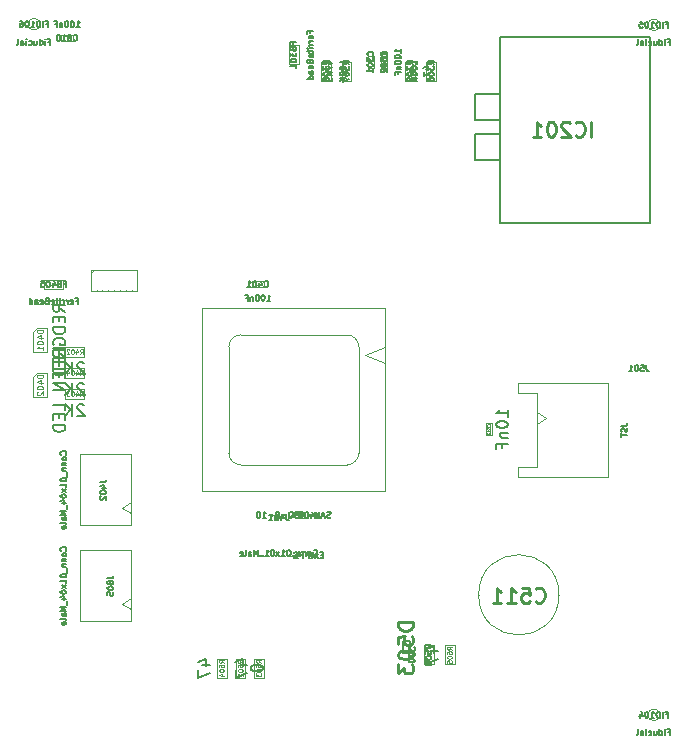
<source format=gbr>
G04 #@! TF.GenerationSoftware,KiCad,Pcbnew,(6.0.7)*
G04 #@! TF.CreationDate,2023-03-13T09:14:11-05:00*
G04 #@! TF.ProjectId,SapphineMinimal,53617070-6869-46e6-954d-696e696d616c,rev?*
G04 #@! TF.SameCoordinates,Original*
G04 #@! TF.FileFunction,AssemblyDrawing,Bot*
%FSLAX46Y46*%
G04 Gerber Fmt 4.6, Leading zero omitted, Abs format (unit mm)*
G04 Created by KiCad (PCBNEW (6.0.7)) date 2023-03-13 09:14:11*
%MOMM*%
%LPD*%
G01*
G04 APERTURE LIST*
%ADD10C,0.127000*%
%ADD11C,0.150000*%
%ADD12C,0.060000*%
%ADD13C,0.254000*%
%ADD14C,0.080000*%
%ADD15C,0.040000*%
%ADD16C,0.100000*%
%ADD17C,0.200000*%
G04 APERTURE END LIST*
D10*
X107708487Y-69907932D02*
X107708487Y-69617646D01*
X107708487Y-69762789D02*
X107200487Y-69762789D01*
X107273058Y-69714408D01*
X107321439Y-69666027D01*
X107345630Y-69617646D01*
X107200487Y-70222408D02*
X107200487Y-70270789D01*
X107224678Y-70319170D01*
X107248868Y-70343360D01*
X107297249Y-70367551D01*
X107394011Y-70391741D01*
X107514963Y-70391741D01*
X107611725Y-70367551D01*
X107660106Y-70343360D01*
X107684297Y-70319170D01*
X107708487Y-70270789D01*
X107708487Y-70222408D01*
X107684297Y-70174027D01*
X107660106Y-70149837D01*
X107611725Y-70125646D01*
X107514963Y-70101456D01*
X107394011Y-70101456D01*
X107297249Y-70125646D01*
X107248868Y-70149837D01*
X107224678Y-70174027D01*
X107200487Y-70222408D01*
X107369820Y-70609456D02*
X107708487Y-70609456D01*
X107418201Y-70609456D02*
X107394011Y-70633646D01*
X107369820Y-70682027D01*
X107369820Y-70754598D01*
X107394011Y-70802979D01*
X107442392Y-70827170D01*
X107708487Y-70827170D01*
X107442392Y-71238408D02*
X107442392Y-71069075D01*
X107708487Y-71069075D02*
X107200487Y-71069075D01*
X107200487Y-71310979D01*
X106500106Y-69883741D02*
X106524297Y-69859551D01*
X106548487Y-69786979D01*
X106548487Y-69738598D01*
X106524297Y-69666027D01*
X106475916Y-69617646D01*
X106427535Y-69593456D01*
X106330773Y-69569265D01*
X106258201Y-69569265D01*
X106161439Y-69593456D01*
X106113058Y-69617646D01*
X106064678Y-69666027D01*
X106040487Y-69738598D01*
X106040487Y-69786979D01*
X106064678Y-69859551D01*
X106088868Y-69883741D01*
X106040487Y-70053075D02*
X106040487Y-70367551D01*
X106234011Y-70198218D01*
X106234011Y-70270789D01*
X106258201Y-70319170D01*
X106282392Y-70343360D01*
X106330773Y-70367551D01*
X106451725Y-70367551D01*
X106500106Y-70343360D01*
X106524297Y-70319170D01*
X106548487Y-70270789D01*
X106548487Y-70125646D01*
X106524297Y-70077265D01*
X106500106Y-70053075D01*
X106040487Y-70682027D02*
X106040487Y-70730408D01*
X106064678Y-70778789D01*
X106088868Y-70802979D01*
X106137249Y-70827170D01*
X106234011Y-70851360D01*
X106354963Y-70851360D01*
X106451725Y-70827170D01*
X106500106Y-70802979D01*
X106524297Y-70778789D01*
X106548487Y-70730408D01*
X106548487Y-70682027D01*
X106524297Y-70633646D01*
X106500106Y-70609456D01*
X106451725Y-70585265D01*
X106354963Y-70561075D01*
X106234011Y-70561075D01*
X106137249Y-70585265D01*
X106088868Y-70609456D01*
X106064678Y-70633646D01*
X106040487Y-70682027D01*
X106548487Y-71335170D02*
X106548487Y-71044884D01*
X106548487Y-71190027D02*
X106040487Y-71190027D01*
X106113058Y-71141646D01*
X106161439Y-71093265D01*
X106185630Y-71044884D01*
D11*
X95225592Y-121474503D02*
X95892258Y-121474503D01*
X94844639Y-121236408D02*
X95558925Y-120998313D01*
X95558925Y-121617360D01*
X94892258Y-121903075D02*
X94892258Y-122569741D01*
X95892258Y-122141170D01*
D12*
X97050830Y-121312598D02*
X96860354Y-121179265D01*
X97050830Y-121084027D02*
X96650830Y-121084027D01*
X96650830Y-121236408D01*
X96669878Y-121274503D01*
X96688925Y-121293551D01*
X96727020Y-121312598D01*
X96784163Y-121312598D01*
X96822258Y-121293551D01*
X96841306Y-121274503D01*
X96860354Y-121236408D01*
X96860354Y-121084027D01*
X96650830Y-121655456D02*
X96650830Y-121579265D01*
X96669878Y-121541170D01*
X96688925Y-121522122D01*
X96746068Y-121484027D01*
X96822258Y-121464979D01*
X96974639Y-121464979D01*
X97012735Y-121484027D01*
X97031782Y-121503075D01*
X97050830Y-121541170D01*
X97050830Y-121617360D01*
X97031782Y-121655456D01*
X97012735Y-121674503D01*
X96974639Y-121693551D01*
X96879401Y-121693551D01*
X96841306Y-121674503D01*
X96822258Y-121655456D01*
X96803211Y-121617360D01*
X96803211Y-121541170D01*
X96822258Y-121503075D01*
X96841306Y-121484027D01*
X96879401Y-121464979D01*
X96650830Y-121941170D02*
X96650830Y-121979265D01*
X96669878Y-122017360D01*
X96688925Y-122036408D01*
X96727020Y-122055456D01*
X96803211Y-122074503D01*
X96898449Y-122074503D01*
X96974639Y-122055456D01*
X97012735Y-122036408D01*
X97031782Y-122017360D01*
X97050830Y-121979265D01*
X97050830Y-121941170D01*
X97031782Y-121903075D01*
X97012735Y-121884027D01*
X96974639Y-121864979D01*
X96898449Y-121845932D01*
X96803211Y-121845932D01*
X96727020Y-121864979D01*
X96688925Y-121884027D01*
X96669878Y-121903075D01*
X96650830Y-121941170D01*
X96650830Y-122207837D02*
X96650830Y-122455456D01*
X96803211Y-122322122D01*
X96803211Y-122379265D01*
X96822258Y-122417360D01*
X96841306Y-122436408D01*
X96879401Y-122455456D01*
X96974639Y-122455456D01*
X97012735Y-122436408D01*
X97031782Y-122417360D01*
X97050830Y-122379265D01*
X97050830Y-122264979D01*
X97031782Y-122226884D01*
X97012735Y-122207837D01*
D13*
X125004285Y-76774523D02*
X125004285Y-75504523D01*
X123673809Y-76653571D02*
X123734285Y-76714047D01*
X123915714Y-76774523D01*
X124036666Y-76774523D01*
X124218095Y-76714047D01*
X124339047Y-76593095D01*
X124399523Y-76472142D01*
X124460000Y-76230238D01*
X124460000Y-76048809D01*
X124399523Y-75806904D01*
X124339047Y-75685952D01*
X124218095Y-75565000D01*
X124036666Y-75504523D01*
X123915714Y-75504523D01*
X123734285Y-75565000D01*
X123673809Y-75625476D01*
X123190000Y-75625476D02*
X123129523Y-75565000D01*
X123008571Y-75504523D01*
X122706190Y-75504523D01*
X122585238Y-75565000D01*
X122524761Y-75625476D01*
X122464285Y-75746428D01*
X122464285Y-75867380D01*
X122524761Y-76048809D01*
X123250476Y-76774523D01*
X122464285Y-76774523D01*
X121678095Y-75504523D02*
X121557142Y-75504523D01*
X121436190Y-75565000D01*
X121375714Y-75625476D01*
X121315238Y-75746428D01*
X121254761Y-75988333D01*
X121254761Y-76290714D01*
X121315238Y-76532619D01*
X121375714Y-76653571D01*
X121436190Y-76714047D01*
X121557142Y-76774523D01*
X121678095Y-76774523D01*
X121799047Y-76714047D01*
X121859523Y-76653571D01*
X121920000Y-76532619D01*
X121980476Y-76290714D01*
X121980476Y-75988333D01*
X121920000Y-75746428D01*
X121859523Y-75625476D01*
X121799047Y-75565000D01*
X121678095Y-75504523D01*
X120045238Y-76774523D02*
X120770952Y-76774523D01*
X120408095Y-76774523D02*
X120408095Y-75504523D01*
X120529047Y-75685952D01*
X120650000Y-75806904D01*
X120770952Y-75867380D01*
D11*
X82059992Y-99522237D02*
X82012373Y-99474618D01*
X81917135Y-99426998D01*
X81679039Y-99426998D01*
X81583801Y-99474618D01*
X81536182Y-99522237D01*
X81488563Y-99617475D01*
X81488563Y-99712713D01*
X81536182Y-99855570D01*
X82107611Y-100426998D01*
X81488563Y-100426998D01*
X81059992Y-100426998D02*
X81059992Y-99426998D01*
X80488563Y-100426998D02*
X80917135Y-99855570D01*
X80488563Y-99426998D02*
X81059992Y-99998427D01*
D12*
X81721897Y-98725570D02*
X81855230Y-98535094D01*
X81950468Y-98725570D02*
X81950468Y-98325570D01*
X81798087Y-98325570D01*
X81759992Y-98344618D01*
X81740944Y-98363665D01*
X81721897Y-98401760D01*
X81721897Y-98458903D01*
X81740944Y-98496998D01*
X81759992Y-98516046D01*
X81798087Y-98535094D01*
X81950468Y-98535094D01*
X81379039Y-98458903D02*
X81379039Y-98725570D01*
X81474278Y-98306522D02*
X81569516Y-98592237D01*
X81321897Y-98592237D01*
X81093325Y-98325570D02*
X81055230Y-98325570D01*
X81017135Y-98344618D01*
X80998087Y-98363665D01*
X80979039Y-98401760D01*
X80959992Y-98477951D01*
X80959992Y-98573189D01*
X80979039Y-98649379D01*
X80998087Y-98687475D01*
X81017135Y-98706522D01*
X81055230Y-98725570D01*
X81093325Y-98725570D01*
X81131420Y-98706522D01*
X81150468Y-98687475D01*
X81169516Y-98649379D01*
X81188563Y-98573189D01*
X81188563Y-98477951D01*
X81169516Y-98401760D01*
X81150468Y-98363665D01*
X81131420Y-98344618D01*
X81093325Y-98325570D01*
X80826658Y-98325570D02*
X80579039Y-98325570D01*
X80712373Y-98477951D01*
X80655230Y-98477951D01*
X80617135Y-98496998D01*
X80598087Y-98516046D01*
X80579039Y-98554141D01*
X80579039Y-98649379D01*
X80598087Y-98687475D01*
X80617135Y-98706522D01*
X80655230Y-98725570D01*
X80769516Y-98725570D01*
X80807611Y-98706522D01*
X80826658Y-98687475D01*
D13*
X109915801Y-117860713D02*
X108645801Y-117860713D01*
X108645801Y-118163094D01*
X108706278Y-118344522D01*
X108827230Y-118465475D01*
X108948182Y-118525951D01*
X109190087Y-118586427D01*
X109371516Y-118586427D01*
X109613420Y-118525951D01*
X109734373Y-118465475D01*
X109855325Y-118344522D01*
X109915801Y-118163094D01*
X109915801Y-117860713D01*
X108645801Y-119735475D02*
X108645801Y-119130713D01*
X109250563Y-119070237D01*
X109190087Y-119130713D01*
X109129611Y-119251665D01*
X109129611Y-119554046D01*
X109190087Y-119674998D01*
X109250563Y-119735475D01*
X109371516Y-119795951D01*
X109673897Y-119795951D01*
X109794849Y-119735475D01*
X109855325Y-119674998D01*
X109915801Y-119554046D01*
X109915801Y-119251665D01*
X109855325Y-119130713D01*
X109794849Y-119070237D01*
X108645801Y-120582141D02*
X108645801Y-120703094D01*
X108706278Y-120824046D01*
X108766754Y-120884522D01*
X108887706Y-120944998D01*
X109129611Y-121005475D01*
X109431992Y-121005475D01*
X109673897Y-120944998D01*
X109794849Y-120884522D01*
X109855325Y-120824046D01*
X109915801Y-120703094D01*
X109915801Y-120582141D01*
X109855325Y-120461189D01*
X109794849Y-120400713D01*
X109673897Y-120340237D01*
X109431992Y-120279760D01*
X109129611Y-120279760D01*
X108887706Y-120340237D01*
X108766754Y-120400713D01*
X108706278Y-120461189D01*
X108645801Y-120582141D01*
X108645801Y-121428808D02*
X108645801Y-122214998D01*
X109129611Y-121791665D01*
X109129611Y-121973094D01*
X109190087Y-122094046D01*
X109250563Y-122154522D01*
X109371516Y-122214998D01*
X109673897Y-122214998D01*
X109794849Y-122154522D01*
X109855325Y-122094046D01*
X109915801Y-121973094D01*
X109915801Y-121610237D01*
X109855325Y-121489284D01*
X109794849Y-121428808D01*
D10*
X109538087Y-119989475D02*
X109538087Y-120303951D01*
X109731611Y-120134618D01*
X109731611Y-120207189D01*
X109755801Y-120255570D01*
X109779992Y-120279760D01*
X109828373Y-120303951D01*
X109949325Y-120303951D01*
X109997706Y-120279760D01*
X110021897Y-120255570D01*
X110046087Y-120207189D01*
X110046087Y-120062046D01*
X110021897Y-120013665D01*
X109997706Y-119989475D01*
X109538087Y-120473284D02*
X109538087Y-120787760D01*
X109731611Y-120618427D01*
X109731611Y-120690998D01*
X109755801Y-120739379D01*
X109779992Y-120763570D01*
X109828373Y-120787760D01*
X109949325Y-120787760D01*
X109997706Y-120763570D01*
X110021897Y-120739379D01*
X110046087Y-120690998D01*
X110046087Y-120545856D01*
X110021897Y-120497475D01*
X109997706Y-120473284D01*
X109538087Y-121102237D02*
X109538087Y-121150618D01*
X109562278Y-121198998D01*
X109586468Y-121223189D01*
X109634849Y-121247379D01*
X109731611Y-121271570D01*
X109852563Y-121271570D01*
X109949325Y-121247379D01*
X109997706Y-121223189D01*
X110021897Y-121198998D01*
X110046087Y-121150618D01*
X110046087Y-121102237D01*
X110021897Y-121053856D01*
X109997706Y-121029665D01*
X109949325Y-121005475D01*
X109852563Y-120981284D01*
X109731611Y-120981284D01*
X109634849Y-121005475D01*
X109586468Y-121029665D01*
X109562278Y-121053856D01*
X109538087Y-121102237D01*
X111476087Y-120074141D02*
X111234182Y-119904808D01*
X111476087Y-119783856D02*
X110968087Y-119783856D01*
X110968087Y-119977379D01*
X110992278Y-120025760D01*
X111016468Y-120049951D01*
X111064849Y-120074141D01*
X111137420Y-120074141D01*
X111185801Y-120049951D01*
X111209992Y-120025760D01*
X111234182Y-119977379D01*
X111234182Y-119783856D01*
X110968087Y-120533760D02*
X110968087Y-120291856D01*
X111209992Y-120267665D01*
X111185801Y-120291856D01*
X111161611Y-120340237D01*
X111161611Y-120461189D01*
X111185801Y-120509570D01*
X111209992Y-120533760D01*
X111258373Y-120557951D01*
X111379325Y-120557951D01*
X111427706Y-120533760D01*
X111451897Y-120509570D01*
X111476087Y-120461189D01*
X111476087Y-120340237D01*
X111451897Y-120291856D01*
X111427706Y-120267665D01*
X110968087Y-120872427D02*
X110968087Y-120920808D01*
X110992278Y-120969189D01*
X111016468Y-120993379D01*
X111064849Y-121017570D01*
X111161611Y-121041760D01*
X111282563Y-121041760D01*
X111379325Y-121017570D01*
X111427706Y-120993379D01*
X111451897Y-120969189D01*
X111476087Y-120920808D01*
X111476087Y-120872427D01*
X111451897Y-120824046D01*
X111427706Y-120799856D01*
X111379325Y-120775665D01*
X111282563Y-120751475D01*
X111161611Y-120751475D01*
X111064849Y-120775665D01*
X111016468Y-120799856D01*
X110992278Y-120824046D01*
X110968087Y-120872427D01*
X111185801Y-121332046D02*
X111161611Y-121283665D01*
X111137420Y-121259475D01*
X111089039Y-121235284D01*
X111064849Y-121235284D01*
X111016468Y-121259475D01*
X110992278Y-121283665D01*
X110968087Y-121332046D01*
X110968087Y-121428808D01*
X110992278Y-121477189D01*
X111016468Y-121501379D01*
X111064849Y-121525570D01*
X111089039Y-121525570D01*
X111137420Y-121501379D01*
X111161611Y-121477189D01*
X111185801Y-121428808D01*
X111185801Y-121332046D01*
X111209992Y-121283665D01*
X111234182Y-121259475D01*
X111282563Y-121235284D01*
X111379325Y-121235284D01*
X111427706Y-121259475D01*
X111451897Y-121283665D01*
X111476087Y-121332046D01*
X111476087Y-121428808D01*
X111451897Y-121477189D01*
X111427706Y-121501379D01*
X111379325Y-121525570D01*
X111282563Y-121525570D01*
X111234182Y-121501379D01*
X111209992Y-121477189D01*
X111185801Y-121428808D01*
D11*
X80455658Y-91591665D02*
X79979468Y-91258332D01*
X80455658Y-91020237D02*
X79455658Y-91020237D01*
X79455658Y-91401189D01*
X79503278Y-91496427D01*
X79550897Y-91544046D01*
X79646135Y-91591665D01*
X79788992Y-91591665D01*
X79884230Y-91544046D01*
X79931849Y-91496427D01*
X79979468Y-91401189D01*
X79979468Y-91020237D01*
X79931849Y-92020237D02*
X79931849Y-92353570D01*
X80455658Y-92496427D02*
X80455658Y-92020237D01*
X79455658Y-92020237D01*
X79455658Y-92496427D01*
X80455658Y-92924998D02*
X79455658Y-92924998D01*
X79455658Y-93163094D01*
X79503278Y-93305951D01*
X79598516Y-93401189D01*
X79693754Y-93448808D01*
X79884230Y-93496427D01*
X80027087Y-93496427D01*
X80217563Y-93448808D01*
X80312801Y-93401189D01*
X80408039Y-93305951D01*
X80455658Y-93163094D01*
X80455658Y-92924998D01*
X80455658Y-95163094D02*
X80455658Y-94686903D01*
X79455658Y-94686903D01*
X79931849Y-95496427D02*
X79931849Y-95829760D01*
X80455658Y-95972618D02*
X80455658Y-95496427D01*
X79455658Y-95496427D01*
X79455658Y-95972618D01*
X80455658Y-96401189D02*
X79455658Y-96401189D01*
X79455658Y-96639284D01*
X79503278Y-96782141D01*
X79598516Y-96877379D01*
X79693754Y-96924998D01*
X79884230Y-96972618D01*
X80027087Y-96972618D01*
X80217563Y-96924998D01*
X80312801Y-96877379D01*
X80408039Y-96782141D01*
X80455658Y-96639284D01*
X80455658Y-96401189D01*
D14*
X78579468Y-93127379D02*
X78079468Y-93127379D01*
X78079468Y-93246427D01*
X78103278Y-93317856D01*
X78150897Y-93365475D01*
X78198516Y-93389284D01*
X78293754Y-93413094D01*
X78365182Y-93413094D01*
X78460420Y-93389284D01*
X78508039Y-93365475D01*
X78555658Y-93317856D01*
X78579468Y-93246427D01*
X78579468Y-93127379D01*
X78246135Y-93841665D02*
X78579468Y-93841665D01*
X78055658Y-93722618D02*
X78412801Y-93603570D01*
X78412801Y-93913094D01*
X78079468Y-94198808D02*
X78079468Y-94246427D01*
X78103278Y-94294046D01*
X78127087Y-94317856D01*
X78174706Y-94341665D01*
X78269944Y-94365475D01*
X78388992Y-94365475D01*
X78484230Y-94341665D01*
X78531849Y-94317856D01*
X78555658Y-94294046D01*
X78579468Y-94246427D01*
X78579468Y-94198808D01*
X78555658Y-94151189D01*
X78531849Y-94127379D01*
X78484230Y-94103570D01*
X78388992Y-94079760D01*
X78269944Y-94079760D01*
X78174706Y-94103570D01*
X78127087Y-94127379D01*
X78103278Y-94151189D01*
X78079468Y-94198808D01*
X78579468Y-94841665D02*
X78579468Y-94555951D01*
X78579468Y-94698808D02*
X78079468Y-94698808D01*
X78150897Y-94651189D01*
X78198516Y-94603570D01*
X78222325Y-94555951D01*
D10*
X110992620Y-71069075D02*
X111331287Y-71069075D01*
X110799097Y-70948122D02*
X111161954Y-70827170D01*
X111161954Y-71141646D01*
X110823287Y-71286789D02*
X110823287Y-71625456D01*
X111331287Y-71407741D01*
X109901287Y-70645741D02*
X109659382Y-70476408D01*
X109901287Y-70355456D02*
X109393287Y-70355456D01*
X109393287Y-70548979D01*
X109417478Y-70597360D01*
X109441668Y-70621551D01*
X109490049Y-70645741D01*
X109562620Y-70645741D01*
X109611001Y-70621551D01*
X109635192Y-70597360D01*
X109659382Y-70548979D01*
X109659382Y-70355456D01*
X109393287Y-70815075D02*
X109393287Y-71129551D01*
X109586811Y-70960218D01*
X109586811Y-71032789D01*
X109611001Y-71081170D01*
X109635192Y-71105360D01*
X109683573Y-71129551D01*
X109804525Y-71129551D01*
X109852906Y-71105360D01*
X109877097Y-71081170D01*
X109901287Y-71032789D01*
X109901287Y-70887646D01*
X109877097Y-70839265D01*
X109852906Y-70815075D01*
X109393287Y-71444027D02*
X109393287Y-71492408D01*
X109417478Y-71540789D01*
X109441668Y-71564979D01*
X109490049Y-71589170D01*
X109586811Y-71613360D01*
X109707763Y-71613360D01*
X109804525Y-71589170D01*
X109852906Y-71564979D01*
X109877097Y-71540789D01*
X109901287Y-71492408D01*
X109901287Y-71444027D01*
X109877097Y-71395646D01*
X109852906Y-71371456D01*
X109804525Y-71347265D01*
X109707763Y-71323075D01*
X109586811Y-71323075D01*
X109490049Y-71347265D01*
X109441668Y-71371456D01*
X109417478Y-71395646D01*
X109393287Y-71444027D01*
X109901287Y-71855265D02*
X109901287Y-71952027D01*
X109877097Y-72000408D01*
X109852906Y-72024598D01*
X109780335Y-72072979D01*
X109683573Y-72097170D01*
X109490049Y-72097170D01*
X109441668Y-72072979D01*
X109417478Y-72048789D01*
X109393287Y-72000408D01*
X109393287Y-71903646D01*
X109417478Y-71855265D01*
X109441668Y-71831075D01*
X109490049Y-71806884D01*
X109611001Y-71806884D01*
X109659382Y-71831075D01*
X109683573Y-71855265D01*
X109707763Y-71903646D01*
X109707763Y-72000408D01*
X109683573Y-72048789D01*
X109659382Y-72072979D01*
X109611001Y-72097170D01*
X131505801Y-68766332D02*
X131675135Y-68766332D01*
X131675135Y-69032427D02*
X131675135Y-68524427D01*
X131433230Y-68524427D01*
X131239706Y-69032427D02*
X131239706Y-68693760D01*
X131239706Y-68524427D02*
X131263897Y-68548618D01*
X131239706Y-68572808D01*
X131215516Y-68548618D01*
X131239706Y-68524427D01*
X131239706Y-68572808D01*
X130780087Y-69032427D02*
X130780087Y-68524427D01*
X130780087Y-69008237D02*
X130828468Y-69032427D01*
X130925230Y-69032427D01*
X130973611Y-69008237D01*
X130997801Y-68984046D01*
X131021992Y-68935665D01*
X131021992Y-68790522D01*
X130997801Y-68742141D01*
X130973611Y-68717951D01*
X130925230Y-68693760D01*
X130828468Y-68693760D01*
X130780087Y-68717951D01*
X130320468Y-68693760D02*
X130320468Y-69032427D01*
X130538182Y-68693760D02*
X130538182Y-68959856D01*
X130513992Y-69008237D01*
X130465611Y-69032427D01*
X130393039Y-69032427D01*
X130344658Y-69008237D01*
X130320468Y-68984046D01*
X129860849Y-69008237D02*
X129909230Y-69032427D01*
X130005992Y-69032427D01*
X130054373Y-69008237D01*
X130078563Y-68984046D01*
X130102754Y-68935665D01*
X130102754Y-68790522D01*
X130078563Y-68742141D01*
X130054373Y-68717951D01*
X130005992Y-68693760D01*
X129909230Y-68693760D01*
X129860849Y-68717951D01*
X129643135Y-69032427D02*
X129643135Y-68693760D01*
X129643135Y-68524427D02*
X129667325Y-68548618D01*
X129643135Y-68572808D01*
X129618944Y-68548618D01*
X129643135Y-68524427D01*
X129643135Y-68572808D01*
X129183516Y-69032427D02*
X129183516Y-68766332D01*
X129207706Y-68717951D01*
X129256087Y-68693760D01*
X129352849Y-68693760D01*
X129401230Y-68717951D01*
X129183516Y-69008237D02*
X129231897Y-69032427D01*
X129352849Y-69032427D01*
X129401230Y-69008237D01*
X129425420Y-68959856D01*
X129425420Y-68911475D01*
X129401230Y-68863094D01*
X129352849Y-68838903D01*
X129231897Y-68838903D01*
X129183516Y-68814713D01*
X128869039Y-69032427D02*
X128917420Y-69008237D01*
X128941611Y-68959856D01*
X128941611Y-68524427D01*
X131324373Y-67266332D02*
X131493706Y-67266332D01*
X131493706Y-67532427D02*
X131493706Y-67024427D01*
X131251801Y-67024427D01*
X131058278Y-67532427D02*
X131058278Y-67024427D01*
X130816373Y-67532427D02*
X130816373Y-67024427D01*
X130695420Y-67024427D01*
X130622849Y-67048618D01*
X130574468Y-67096998D01*
X130550278Y-67145379D01*
X130526087Y-67242141D01*
X130526087Y-67314713D01*
X130550278Y-67411475D01*
X130574468Y-67459856D01*
X130622849Y-67508237D01*
X130695420Y-67532427D01*
X130816373Y-67532427D01*
X130042278Y-67532427D02*
X130332563Y-67532427D01*
X130187420Y-67532427D02*
X130187420Y-67024427D01*
X130235801Y-67096998D01*
X130284182Y-67145379D01*
X130332563Y-67169570D01*
X129727801Y-67024427D02*
X129679420Y-67024427D01*
X129631039Y-67048618D01*
X129606849Y-67072808D01*
X129582658Y-67121189D01*
X129558468Y-67217951D01*
X129558468Y-67338903D01*
X129582658Y-67435665D01*
X129606849Y-67484046D01*
X129631039Y-67508237D01*
X129679420Y-67532427D01*
X129727801Y-67532427D01*
X129776182Y-67508237D01*
X129800373Y-67484046D01*
X129824563Y-67435665D01*
X129848754Y-67338903D01*
X129848754Y-67217951D01*
X129824563Y-67121189D01*
X129800373Y-67072808D01*
X129776182Y-67048618D01*
X129727801Y-67024427D01*
X129098849Y-67024427D02*
X129340754Y-67024427D01*
X129364944Y-67266332D01*
X129340754Y-67242141D01*
X129292373Y-67217951D01*
X129171420Y-67217951D01*
X129123039Y-67242141D01*
X129098849Y-67266332D01*
X129074658Y-67314713D01*
X129074658Y-67435665D01*
X129098849Y-67484046D01*
X129123039Y-67508237D01*
X129171420Y-67532427D01*
X129292373Y-67532427D01*
X129340754Y-67508237D01*
X129364944Y-67484046D01*
X110249287Y-70621551D02*
X110249287Y-70331265D01*
X110249287Y-70476408D02*
X109741287Y-70476408D01*
X109813858Y-70428027D01*
X109862239Y-70379646D01*
X109886430Y-70331265D01*
X109741287Y-70936027D02*
X109741287Y-70984408D01*
X109765478Y-71032789D01*
X109789668Y-71056979D01*
X109838049Y-71081170D01*
X109934811Y-71105360D01*
X110055763Y-71105360D01*
X110152525Y-71081170D01*
X110200906Y-71056979D01*
X110225097Y-71032789D01*
X110249287Y-70984408D01*
X110249287Y-70936027D01*
X110225097Y-70887646D01*
X110200906Y-70863456D01*
X110152525Y-70839265D01*
X110055763Y-70815075D01*
X109934811Y-70815075D01*
X109838049Y-70839265D01*
X109789668Y-70863456D01*
X109765478Y-70887646D01*
X109741287Y-70936027D01*
X109741287Y-71419837D02*
X109741287Y-71468218D01*
X109765478Y-71516598D01*
X109789668Y-71540789D01*
X109838049Y-71564979D01*
X109934811Y-71589170D01*
X110055763Y-71589170D01*
X110152525Y-71564979D01*
X110200906Y-71540789D01*
X110225097Y-71516598D01*
X110249287Y-71468218D01*
X110249287Y-71419837D01*
X110225097Y-71371456D01*
X110200906Y-71347265D01*
X110152525Y-71323075D01*
X110055763Y-71298884D01*
X109934811Y-71298884D01*
X109838049Y-71323075D01*
X109789668Y-71347265D01*
X109765478Y-71371456D01*
X109741287Y-71419837D01*
X110249287Y-71806884D02*
X109741287Y-71806884D01*
X110249287Y-72097170D02*
X109959001Y-71879456D01*
X109741287Y-72097170D02*
X110031573Y-71806884D01*
X111679287Y-70645741D02*
X111437382Y-70476408D01*
X111679287Y-70355456D02*
X111171287Y-70355456D01*
X111171287Y-70548979D01*
X111195478Y-70597360D01*
X111219668Y-70621551D01*
X111268049Y-70645741D01*
X111340620Y-70645741D01*
X111389001Y-70621551D01*
X111413192Y-70597360D01*
X111437382Y-70548979D01*
X111437382Y-70355456D01*
X111171287Y-70815075D02*
X111171287Y-71129551D01*
X111364811Y-70960218D01*
X111364811Y-71032789D01*
X111389001Y-71081170D01*
X111413192Y-71105360D01*
X111461573Y-71129551D01*
X111582525Y-71129551D01*
X111630906Y-71105360D01*
X111655097Y-71081170D01*
X111679287Y-71032789D01*
X111679287Y-70887646D01*
X111655097Y-70839265D01*
X111630906Y-70815075D01*
X111171287Y-71444027D02*
X111171287Y-71492408D01*
X111195478Y-71540789D01*
X111219668Y-71564979D01*
X111268049Y-71589170D01*
X111364811Y-71613360D01*
X111485763Y-71613360D01*
X111582525Y-71589170D01*
X111630906Y-71564979D01*
X111655097Y-71540789D01*
X111679287Y-71492408D01*
X111679287Y-71444027D01*
X111655097Y-71395646D01*
X111630906Y-71371456D01*
X111582525Y-71347265D01*
X111485763Y-71323075D01*
X111364811Y-71323075D01*
X111268049Y-71347265D01*
X111219668Y-71371456D01*
X111195478Y-71395646D01*
X111171287Y-71444027D01*
X111171287Y-72048789D02*
X111171287Y-71952027D01*
X111195478Y-71903646D01*
X111219668Y-71879456D01*
X111292239Y-71831075D01*
X111389001Y-71806884D01*
X111582525Y-71806884D01*
X111630906Y-71831075D01*
X111655097Y-71855265D01*
X111679287Y-71903646D01*
X111679287Y-72000408D01*
X111655097Y-72048789D01*
X111630906Y-72072979D01*
X111582525Y-72097170D01*
X111461573Y-72097170D01*
X111413192Y-72072979D01*
X111389001Y-72048789D01*
X111364811Y-72000408D01*
X111364811Y-71903646D01*
X111389001Y-71855265D01*
X111413192Y-71831075D01*
X111461573Y-71806884D01*
D11*
X111379992Y-120356903D02*
X112046658Y-120356903D01*
X110999039Y-120118808D02*
X111713325Y-119880713D01*
X111713325Y-120499760D01*
X111046658Y-120785475D02*
X111046658Y-121452141D01*
X112046658Y-121023570D01*
D12*
X113205230Y-120194998D02*
X113014754Y-120061665D01*
X113205230Y-119966427D02*
X112805230Y-119966427D01*
X112805230Y-120118808D01*
X112824278Y-120156903D01*
X112843325Y-120175951D01*
X112881420Y-120194998D01*
X112938563Y-120194998D01*
X112976658Y-120175951D01*
X112995706Y-120156903D01*
X113014754Y-120118808D01*
X113014754Y-119966427D01*
X112805230Y-120537856D02*
X112805230Y-120461665D01*
X112824278Y-120423570D01*
X112843325Y-120404522D01*
X112900468Y-120366427D01*
X112976658Y-120347379D01*
X113129039Y-120347379D01*
X113167135Y-120366427D01*
X113186182Y-120385475D01*
X113205230Y-120423570D01*
X113205230Y-120499760D01*
X113186182Y-120537856D01*
X113167135Y-120556903D01*
X113129039Y-120575951D01*
X113033801Y-120575951D01*
X112995706Y-120556903D01*
X112976658Y-120537856D01*
X112957611Y-120499760D01*
X112957611Y-120423570D01*
X112976658Y-120385475D01*
X112995706Y-120366427D01*
X113033801Y-120347379D01*
X112805230Y-120823570D02*
X112805230Y-120861665D01*
X112824278Y-120899760D01*
X112843325Y-120918808D01*
X112881420Y-120937856D01*
X112957611Y-120956903D01*
X113052849Y-120956903D01*
X113129039Y-120937856D01*
X113167135Y-120918808D01*
X113186182Y-120899760D01*
X113205230Y-120861665D01*
X113205230Y-120823570D01*
X113186182Y-120785475D01*
X113167135Y-120766427D01*
X113129039Y-120747379D01*
X113052849Y-120728332D01*
X112957611Y-120728332D01*
X112881420Y-120747379D01*
X112843325Y-120766427D01*
X112824278Y-120785475D01*
X112805230Y-120823570D01*
X112805230Y-121318808D02*
X112805230Y-121128332D01*
X112995706Y-121109284D01*
X112976658Y-121128332D01*
X112957611Y-121166427D01*
X112957611Y-121261665D01*
X112976658Y-121299760D01*
X112995706Y-121318808D01*
X113033801Y-121337856D01*
X113129039Y-121337856D01*
X113167135Y-121318808D01*
X113186182Y-121299760D01*
X113205230Y-121261665D01*
X113205230Y-121166427D01*
X113186182Y-121128332D01*
X113167135Y-121109284D01*
D10*
X102936849Y-109008237D02*
X102864278Y-109032427D01*
X102743325Y-109032427D01*
X102694944Y-109008237D01*
X102670754Y-108984046D01*
X102646563Y-108935665D01*
X102646563Y-108887284D01*
X102670754Y-108838903D01*
X102694944Y-108814713D01*
X102743325Y-108790522D01*
X102840087Y-108766332D01*
X102888468Y-108742141D01*
X102912658Y-108717951D01*
X102936849Y-108669570D01*
X102936849Y-108621189D01*
X102912658Y-108572808D01*
X102888468Y-108548618D01*
X102840087Y-108524427D01*
X102719135Y-108524427D01*
X102646563Y-108548618D01*
X102453039Y-108887284D02*
X102211135Y-108887284D01*
X102501420Y-109032427D02*
X102332087Y-108524427D01*
X102162754Y-109032427D01*
X101993420Y-109032427D02*
X101993420Y-108524427D01*
X101824087Y-108887284D01*
X101654754Y-108524427D01*
X101654754Y-109032427D01*
X101412849Y-108838903D02*
X101025801Y-108838903D01*
X100783897Y-109032427D02*
X100783897Y-108524427D01*
X100614563Y-108887284D01*
X100445230Y-108524427D01*
X100445230Y-109032427D01*
X100130754Y-108742141D02*
X100179135Y-108717951D01*
X100203325Y-108693760D01*
X100227516Y-108645379D01*
X100227516Y-108621189D01*
X100203325Y-108572808D01*
X100179135Y-108548618D01*
X100130754Y-108524427D01*
X100033992Y-108524427D01*
X99985611Y-108548618D01*
X99961420Y-108572808D01*
X99937230Y-108621189D01*
X99937230Y-108645379D01*
X99961420Y-108693760D01*
X99985611Y-108717951D01*
X100033992Y-108742141D01*
X100130754Y-108742141D01*
X100179135Y-108766332D01*
X100203325Y-108790522D01*
X100227516Y-108838903D01*
X100227516Y-108935665D01*
X100203325Y-108984046D01*
X100179135Y-109008237D01*
X100130754Y-109032427D01*
X100033992Y-109032427D01*
X99985611Y-109008237D01*
X99961420Y-108984046D01*
X99937230Y-108935665D01*
X99937230Y-108838903D01*
X99961420Y-108790522D01*
X99985611Y-108766332D01*
X100033992Y-108742141D01*
X99380849Y-109080808D02*
X99429230Y-109056618D01*
X99477611Y-109008237D01*
X99550182Y-108935665D01*
X99598563Y-108911475D01*
X99646944Y-108911475D01*
X99622754Y-109032427D02*
X99671135Y-109008237D01*
X99719516Y-108959856D01*
X99743706Y-108863094D01*
X99743706Y-108693760D01*
X99719516Y-108596998D01*
X99671135Y-108548618D01*
X99622754Y-108524427D01*
X99525992Y-108524427D01*
X99477611Y-108548618D01*
X99429230Y-108596998D01*
X99405039Y-108693760D01*
X99405039Y-108863094D01*
X99429230Y-108959856D01*
X99477611Y-109008237D01*
X99525992Y-109032427D01*
X99622754Y-109032427D01*
X99187325Y-108838903D02*
X98800278Y-108838903D01*
X98461611Y-108524427D02*
X98413230Y-108524427D01*
X98364849Y-108548618D01*
X98340658Y-108572808D01*
X98316468Y-108621189D01*
X98292278Y-108717951D01*
X98292278Y-108838903D01*
X98316468Y-108935665D01*
X98340658Y-108984046D01*
X98364849Y-109008237D01*
X98413230Y-109032427D01*
X98461611Y-109032427D01*
X98509992Y-109008237D01*
X98534182Y-108984046D01*
X98558373Y-108935665D01*
X98582563Y-108838903D01*
X98582563Y-108717951D01*
X98558373Y-108621189D01*
X98534182Y-108572808D01*
X98509992Y-108548618D01*
X98461611Y-108524427D01*
X98074563Y-108838903D02*
X97687516Y-108838903D01*
X97179516Y-109032427D02*
X97469801Y-109032427D01*
X97324658Y-109032427D02*
X97324658Y-108524427D01*
X97373039Y-108596998D01*
X97421420Y-108645379D01*
X97469801Y-108669570D01*
X96865039Y-108524427D02*
X96816658Y-108524427D01*
X96768278Y-108548618D01*
X96744087Y-108572808D01*
X96719897Y-108621189D01*
X96695706Y-108717951D01*
X96695706Y-108838903D01*
X96719897Y-108935665D01*
X96744087Y-108984046D01*
X96768278Y-109008237D01*
X96816658Y-109032427D01*
X96865039Y-109032427D01*
X96913420Y-109008237D01*
X96937611Y-108984046D01*
X96961801Y-108935665D01*
X96985992Y-108838903D01*
X96985992Y-108717951D01*
X96961801Y-108621189D01*
X96937611Y-108572808D01*
X96913420Y-108548618D01*
X96865039Y-108524427D01*
X79029401Y-68715532D02*
X79198735Y-68715532D01*
X79198735Y-68981627D02*
X79198735Y-68473627D01*
X78956830Y-68473627D01*
X78763306Y-68981627D02*
X78763306Y-68642960D01*
X78763306Y-68473627D02*
X78787497Y-68497818D01*
X78763306Y-68522008D01*
X78739116Y-68497818D01*
X78763306Y-68473627D01*
X78763306Y-68522008D01*
X78303687Y-68981627D02*
X78303687Y-68473627D01*
X78303687Y-68957437D02*
X78352068Y-68981627D01*
X78448830Y-68981627D01*
X78497211Y-68957437D01*
X78521401Y-68933246D01*
X78545592Y-68884865D01*
X78545592Y-68739722D01*
X78521401Y-68691341D01*
X78497211Y-68667151D01*
X78448830Y-68642960D01*
X78352068Y-68642960D01*
X78303687Y-68667151D01*
X77844068Y-68642960D02*
X77844068Y-68981627D01*
X78061782Y-68642960D02*
X78061782Y-68909056D01*
X78037592Y-68957437D01*
X77989211Y-68981627D01*
X77916639Y-68981627D01*
X77868258Y-68957437D01*
X77844068Y-68933246D01*
X77384449Y-68957437D02*
X77432830Y-68981627D01*
X77529592Y-68981627D01*
X77577973Y-68957437D01*
X77602163Y-68933246D01*
X77626354Y-68884865D01*
X77626354Y-68739722D01*
X77602163Y-68691341D01*
X77577973Y-68667151D01*
X77529592Y-68642960D01*
X77432830Y-68642960D01*
X77384449Y-68667151D01*
X77166735Y-68981627D02*
X77166735Y-68642960D01*
X77166735Y-68473627D02*
X77190925Y-68497818D01*
X77166735Y-68522008D01*
X77142544Y-68497818D01*
X77166735Y-68473627D01*
X77166735Y-68522008D01*
X76707116Y-68981627D02*
X76707116Y-68715532D01*
X76731306Y-68667151D01*
X76779687Y-68642960D01*
X76876449Y-68642960D01*
X76924830Y-68667151D01*
X76707116Y-68957437D02*
X76755497Y-68981627D01*
X76876449Y-68981627D01*
X76924830Y-68957437D01*
X76949020Y-68909056D01*
X76949020Y-68860675D01*
X76924830Y-68812294D01*
X76876449Y-68788103D01*
X76755497Y-68788103D01*
X76707116Y-68763913D01*
X76392639Y-68981627D02*
X76441020Y-68957437D01*
X76465211Y-68909056D01*
X76465211Y-68473627D01*
X78847973Y-67215532D02*
X79017306Y-67215532D01*
X79017306Y-67481627D02*
X79017306Y-66973627D01*
X78775401Y-66973627D01*
X78581878Y-67481627D02*
X78581878Y-66973627D01*
X78339973Y-67481627D02*
X78339973Y-66973627D01*
X78219020Y-66973627D01*
X78146449Y-66997818D01*
X78098068Y-67046198D01*
X78073878Y-67094579D01*
X78049687Y-67191341D01*
X78049687Y-67263913D01*
X78073878Y-67360675D01*
X78098068Y-67409056D01*
X78146449Y-67457437D01*
X78219020Y-67481627D01*
X78339973Y-67481627D01*
X77565878Y-67481627D02*
X77856163Y-67481627D01*
X77711020Y-67481627D02*
X77711020Y-66973627D01*
X77759401Y-67046198D01*
X77807782Y-67094579D01*
X77856163Y-67118770D01*
X77251401Y-66973627D02*
X77203020Y-66973627D01*
X77154639Y-66997818D01*
X77130449Y-67022008D01*
X77106258Y-67070389D01*
X77082068Y-67167151D01*
X77082068Y-67288103D01*
X77106258Y-67384865D01*
X77130449Y-67433246D01*
X77154639Y-67457437D01*
X77203020Y-67481627D01*
X77251401Y-67481627D01*
X77299782Y-67457437D01*
X77323973Y-67433246D01*
X77348163Y-67384865D01*
X77372354Y-67288103D01*
X77372354Y-67167151D01*
X77348163Y-67070389D01*
X77323973Y-67022008D01*
X77299782Y-66997818D01*
X77251401Y-66973627D01*
X76646639Y-66973627D02*
X76743401Y-66973627D01*
X76791782Y-66997818D01*
X76815973Y-67022008D01*
X76864354Y-67094579D01*
X76888544Y-67191341D01*
X76888544Y-67384865D01*
X76864354Y-67433246D01*
X76840163Y-67457437D01*
X76791782Y-67481627D01*
X76695020Y-67481627D01*
X76646639Y-67457437D01*
X76622449Y-67433246D01*
X76598258Y-67384865D01*
X76598258Y-67263913D01*
X76622449Y-67215532D01*
X76646639Y-67191341D01*
X76695020Y-67167151D01*
X76791782Y-67167151D01*
X76840163Y-67191341D01*
X76864354Y-67215532D01*
X76888544Y-67263913D01*
X108876887Y-69666027D02*
X108876887Y-69375741D01*
X108876887Y-69520884D02*
X108368887Y-69520884D01*
X108441458Y-69472503D01*
X108489839Y-69424122D01*
X108514030Y-69375741D01*
X108368887Y-69980503D02*
X108368887Y-70028884D01*
X108393078Y-70077265D01*
X108417268Y-70101456D01*
X108465649Y-70125646D01*
X108562411Y-70149837D01*
X108683363Y-70149837D01*
X108780125Y-70125646D01*
X108828506Y-70101456D01*
X108852697Y-70077265D01*
X108876887Y-70028884D01*
X108876887Y-69980503D01*
X108852697Y-69932122D01*
X108828506Y-69907932D01*
X108780125Y-69883741D01*
X108683363Y-69859551D01*
X108562411Y-69859551D01*
X108465649Y-69883741D01*
X108417268Y-69907932D01*
X108393078Y-69932122D01*
X108368887Y-69980503D01*
X108368887Y-70464313D02*
X108368887Y-70512694D01*
X108393078Y-70561075D01*
X108417268Y-70585265D01*
X108465649Y-70609456D01*
X108562411Y-70633646D01*
X108683363Y-70633646D01*
X108780125Y-70609456D01*
X108828506Y-70585265D01*
X108852697Y-70561075D01*
X108876887Y-70512694D01*
X108876887Y-70464313D01*
X108852697Y-70415932D01*
X108828506Y-70391741D01*
X108780125Y-70367551D01*
X108683363Y-70343360D01*
X108562411Y-70343360D01*
X108465649Y-70367551D01*
X108417268Y-70391741D01*
X108393078Y-70415932D01*
X108368887Y-70464313D01*
X108538220Y-70851360D02*
X108876887Y-70851360D01*
X108586601Y-70851360D02*
X108562411Y-70875551D01*
X108538220Y-70923932D01*
X108538220Y-70996503D01*
X108562411Y-71044884D01*
X108610792Y-71069075D01*
X108876887Y-71069075D01*
X108610792Y-71480313D02*
X108610792Y-71310979D01*
X108876887Y-71310979D02*
X108368887Y-71310979D01*
X108368887Y-71552884D01*
X107668506Y-69883741D02*
X107692697Y-69859551D01*
X107716887Y-69786979D01*
X107716887Y-69738598D01*
X107692697Y-69666027D01*
X107644316Y-69617646D01*
X107595935Y-69593456D01*
X107499173Y-69569265D01*
X107426601Y-69569265D01*
X107329839Y-69593456D01*
X107281458Y-69617646D01*
X107233078Y-69666027D01*
X107208887Y-69738598D01*
X107208887Y-69786979D01*
X107233078Y-69859551D01*
X107257268Y-69883741D01*
X107208887Y-70053075D02*
X107208887Y-70367551D01*
X107402411Y-70198218D01*
X107402411Y-70270789D01*
X107426601Y-70319170D01*
X107450792Y-70343360D01*
X107499173Y-70367551D01*
X107620125Y-70367551D01*
X107668506Y-70343360D01*
X107692697Y-70319170D01*
X107716887Y-70270789D01*
X107716887Y-70125646D01*
X107692697Y-70077265D01*
X107668506Y-70053075D01*
X107208887Y-70682027D02*
X107208887Y-70730408D01*
X107233078Y-70778789D01*
X107257268Y-70802979D01*
X107305649Y-70827170D01*
X107402411Y-70851360D01*
X107523363Y-70851360D01*
X107620125Y-70827170D01*
X107668506Y-70802979D01*
X107692697Y-70778789D01*
X107716887Y-70730408D01*
X107716887Y-70682027D01*
X107692697Y-70633646D01*
X107668506Y-70609456D01*
X107620125Y-70585265D01*
X107523363Y-70561075D01*
X107402411Y-70561075D01*
X107305649Y-70585265D01*
X107257268Y-70609456D01*
X107233078Y-70633646D01*
X107208887Y-70682027D01*
X107257268Y-71044884D02*
X107233078Y-71069075D01*
X107208887Y-71117456D01*
X107208887Y-71238408D01*
X107233078Y-71286789D01*
X107257268Y-71310979D01*
X107305649Y-71335170D01*
X107354030Y-71335170D01*
X107426601Y-71310979D01*
X107716887Y-71020694D01*
X107716887Y-71335170D01*
X104219287Y-70621551D02*
X104219287Y-70331265D01*
X104219287Y-70476408D02*
X103711287Y-70476408D01*
X103783858Y-70428027D01*
X103832239Y-70379646D01*
X103856430Y-70331265D01*
X103711287Y-70936027D02*
X103711287Y-70984408D01*
X103735478Y-71032789D01*
X103759668Y-71056979D01*
X103808049Y-71081170D01*
X103904811Y-71105360D01*
X104025763Y-71105360D01*
X104122525Y-71081170D01*
X104170906Y-71056979D01*
X104195097Y-71032789D01*
X104219287Y-70984408D01*
X104219287Y-70936027D01*
X104195097Y-70887646D01*
X104170906Y-70863456D01*
X104122525Y-70839265D01*
X104025763Y-70815075D01*
X103904811Y-70815075D01*
X103808049Y-70839265D01*
X103759668Y-70863456D01*
X103735478Y-70887646D01*
X103711287Y-70936027D01*
X103711287Y-71419837D02*
X103711287Y-71468218D01*
X103735478Y-71516598D01*
X103759668Y-71540789D01*
X103808049Y-71564979D01*
X103904811Y-71589170D01*
X104025763Y-71589170D01*
X104122525Y-71564979D01*
X104170906Y-71540789D01*
X104195097Y-71516598D01*
X104219287Y-71468218D01*
X104219287Y-71419837D01*
X104195097Y-71371456D01*
X104170906Y-71347265D01*
X104122525Y-71323075D01*
X104025763Y-71298884D01*
X103904811Y-71298884D01*
X103808049Y-71323075D01*
X103759668Y-71347265D01*
X103735478Y-71371456D01*
X103711287Y-71419837D01*
X104219287Y-71806884D02*
X103711287Y-71806884D01*
X104219287Y-72097170D02*
X103929001Y-71879456D01*
X103711287Y-72097170D02*
X104001573Y-71806884D01*
X102789287Y-70645741D02*
X102547382Y-70476408D01*
X102789287Y-70355456D02*
X102281287Y-70355456D01*
X102281287Y-70548979D01*
X102305478Y-70597360D01*
X102329668Y-70621551D01*
X102378049Y-70645741D01*
X102450620Y-70645741D01*
X102499001Y-70621551D01*
X102523192Y-70597360D01*
X102547382Y-70548979D01*
X102547382Y-70355456D01*
X102281287Y-70815075D02*
X102281287Y-71129551D01*
X102474811Y-70960218D01*
X102474811Y-71032789D01*
X102499001Y-71081170D01*
X102523192Y-71105360D01*
X102571573Y-71129551D01*
X102692525Y-71129551D01*
X102740906Y-71105360D01*
X102765097Y-71081170D01*
X102789287Y-71032789D01*
X102789287Y-70887646D01*
X102765097Y-70839265D01*
X102740906Y-70815075D01*
X102281287Y-71444027D02*
X102281287Y-71492408D01*
X102305478Y-71540789D01*
X102329668Y-71564979D01*
X102378049Y-71589170D01*
X102474811Y-71613360D01*
X102595763Y-71613360D01*
X102692525Y-71589170D01*
X102740906Y-71564979D01*
X102765097Y-71540789D01*
X102789287Y-71492408D01*
X102789287Y-71444027D01*
X102765097Y-71395646D01*
X102740906Y-71371456D01*
X102692525Y-71347265D01*
X102595763Y-71323075D01*
X102474811Y-71323075D01*
X102378049Y-71347265D01*
X102329668Y-71371456D01*
X102305478Y-71395646D01*
X102281287Y-71444027D01*
X102281287Y-72072979D02*
X102281287Y-71831075D01*
X102523192Y-71806884D01*
X102499001Y-71831075D01*
X102474811Y-71879456D01*
X102474811Y-72000408D01*
X102499001Y-72048789D01*
X102523192Y-72072979D01*
X102571573Y-72097170D01*
X102692525Y-72097170D01*
X102740906Y-72072979D01*
X102765097Y-72048789D01*
X102789287Y-72000408D01*
X102789287Y-71879456D01*
X102765097Y-71831075D01*
X102740906Y-71806884D01*
D11*
X96177458Y-121712598D02*
X96177458Y-121807837D01*
X96225078Y-121903075D01*
X96272697Y-121950694D01*
X96367935Y-121998313D01*
X96558411Y-122045932D01*
X96796506Y-122045932D01*
X96986982Y-121998313D01*
X97082220Y-121950694D01*
X97129839Y-121903075D01*
X97177458Y-121807837D01*
X97177458Y-121712598D01*
X97129839Y-121617360D01*
X97082220Y-121569741D01*
X96986982Y-121522122D01*
X96796506Y-121474503D01*
X96558411Y-121474503D01*
X96367935Y-121522122D01*
X96272697Y-121569741D01*
X96225078Y-121617360D01*
X96177458Y-121712598D01*
D12*
X95476030Y-121312598D02*
X95285554Y-121179265D01*
X95476030Y-121084027D02*
X95076030Y-121084027D01*
X95076030Y-121236408D01*
X95095078Y-121274503D01*
X95114125Y-121293551D01*
X95152220Y-121312598D01*
X95209363Y-121312598D01*
X95247458Y-121293551D01*
X95266506Y-121274503D01*
X95285554Y-121236408D01*
X95285554Y-121084027D01*
X95076030Y-121655456D02*
X95076030Y-121579265D01*
X95095078Y-121541170D01*
X95114125Y-121522122D01*
X95171268Y-121484027D01*
X95247458Y-121464979D01*
X95399839Y-121464979D01*
X95437935Y-121484027D01*
X95456982Y-121503075D01*
X95476030Y-121541170D01*
X95476030Y-121617360D01*
X95456982Y-121655456D01*
X95437935Y-121674503D01*
X95399839Y-121693551D01*
X95304601Y-121693551D01*
X95266506Y-121674503D01*
X95247458Y-121655456D01*
X95228411Y-121617360D01*
X95228411Y-121541170D01*
X95247458Y-121503075D01*
X95266506Y-121484027D01*
X95304601Y-121464979D01*
X95076030Y-121941170D02*
X95076030Y-121979265D01*
X95095078Y-122017360D01*
X95114125Y-122036408D01*
X95152220Y-122055456D01*
X95228411Y-122074503D01*
X95323649Y-122074503D01*
X95399839Y-122055456D01*
X95437935Y-122036408D01*
X95456982Y-122017360D01*
X95476030Y-121979265D01*
X95476030Y-121941170D01*
X95456982Y-121903075D01*
X95437935Y-121884027D01*
X95399839Y-121864979D01*
X95323649Y-121845932D01*
X95228411Y-121845932D01*
X95152220Y-121864979D01*
X95114125Y-121884027D01*
X95095078Y-121903075D01*
X95076030Y-121941170D01*
X95476030Y-122455456D02*
X95476030Y-122226884D01*
X95476030Y-122341170D02*
X95076030Y-122341170D01*
X95133173Y-122303075D01*
X95171268Y-122264979D01*
X95190316Y-122226884D01*
D10*
X101509611Y-112214046D02*
X101533801Y-112238237D01*
X101606373Y-112262427D01*
X101654754Y-112262427D01*
X101727325Y-112238237D01*
X101775706Y-112189856D01*
X101799897Y-112141475D01*
X101824087Y-112044713D01*
X101824087Y-111972141D01*
X101799897Y-111875379D01*
X101775706Y-111826998D01*
X101727325Y-111778618D01*
X101654754Y-111754427D01*
X101606373Y-111754427D01*
X101533801Y-111778618D01*
X101509611Y-111802808D01*
X101219325Y-112262427D02*
X101267706Y-112238237D01*
X101291897Y-112214046D01*
X101316087Y-112165665D01*
X101316087Y-112020522D01*
X101291897Y-111972141D01*
X101267706Y-111947951D01*
X101219325Y-111923760D01*
X101146754Y-111923760D01*
X101098373Y-111947951D01*
X101074182Y-111972141D01*
X101049992Y-112020522D01*
X101049992Y-112165665D01*
X101074182Y-112214046D01*
X101098373Y-112238237D01*
X101146754Y-112262427D01*
X101219325Y-112262427D01*
X100832278Y-111923760D02*
X100832278Y-112262427D01*
X100832278Y-111972141D02*
X100808087Y-111947951D01*
X100759706Y-111923760D01*
X100687135Y-111923760D01*
X100638754Y-111947951D01*
X100614563Y-111996332D01*
X100614563Y-112262427D01*
X100372658Y-111923760D02*
X100372658Y-112262427D01*
X100372658Y-111972141D02*
X100348468Y-111947951D01*
X100300087Y-111923760D01*
X100227516Y-111923760D01*
X100179135Y-111947951D01*
X100154944Y-111996332D01*
X100154944Y-112262427D01*
X100033992Y-112310808D02*
X99646944Y-112310808D01*
X99429230Y-111754427D02*
X99380849Y-111754427D01*
X99332468Y-111778618D01*
X99308278Y-111802808D01*
X99284087Y-111851189D01*
X99259897Y-111947951D01*
X99259897Y-112068903D01*
X99284087Y-112165665D01*
X99308278Y-112214046D01*
X99332468Y-112238237D01*
X99380849Y-112262427D01*
X99429230Y-112262427D01*
X99477611Y-112238237D01*
X99501801Y-112214046D01*
X99525992Y-112165665D01*
X99550182Y-112068903D01*
X99550182Y-111947951D01*
X99525992Y-111851189D01*
X99501801Y-111802808D01*
X99477611Y-111778618D01*
X99429230Y-111754427D01*
X98776087Y-112262427D02*
X99066373Y-112262427D01*
X98921230Y-112262427D02*
X98921230Y-111754427D01*
X98969611Y-111826998D01*
X99017992Y-111875379D01*
X99066373Y-111899570D01*
X98606754Y-112262427D02*
X98340658Y-111923760D01*
X98606754Y-111923760D02*
X98340658Y-112262427D01*
X98050373Y-111754427D02*
X98001992Y-111754427D01*
X97953611Y-111778618D01*
X97929420Y-111802808D01*
X97905230Y-111851189D01*
X97881039Y-111947951D01*
X97881039Y-112068903D01*
X97905230Y-112165665D01*
X97929420Y-112214046D01*
X97953611Y-112238237D01*
X98001992Y-112262427D01*
X98050373Y-112262427D01*
X98098754Y-112238237D01*
X98122944Y-112214046D01*
X98147135Y-112165665D01*
X98171325Y-112068903D01*
X98171325Y-111947951D01*
X98147135Y-111851189D01*
X98122944Y-111802808D01*
X98098754Y-111778618D01*
X98050373Y-111754427D01*
X97397230Y-112262427D02*
X97687516Y-112262427D01*
X97542373Y-112262427D02*
X97542373Y-111754427D01*
X97590754Y-111826998D01*
X97639135Y-111875379D01*
X97687516Y-111899570D01*
X97300468Y-112310808D02*
X96913420Y-112310808D01*
X96792468Y-112262427D02*
X96792468Y-111754427D01*
X96623135Y-112117284D01*
X96453801Y-111754427D01*
X96453801Y-112262427D01*
X95994182Y-112262427D02*
X95994182Y-111996332D01*
X96018373Y-111947951D01*
X96066754Y-111923760D01*
X96163516Y-111923760D01*
X96211897Y-111947951D01*
X95994182Y-112238237D02*
X96042563Y-112262427D01*
X96163516Y-112262427D01*
X96211897Y-112238237D01*
X96236087Y-112189856D01*
X96236087Y-112141475D01*
X96211897Y-112093094D01*
X96163516Y-112068903D01*
X96042563Y-112068903D01*
X95994182Y-112044713D01*
X95679706Y-112262427D02*
X95728087Y-112238237D01*
X95752278Y-112189856D01*
X95752278Y-111754427D01*
X95292658Y-112238237D02*
X95341039Y-112262427D01*
X95437801Y-112262427D01*
X95486182Y-112238237D01*
X95510373Y-112189856D01*
X95510373Y-111996332D01*
X95486182Y-111947951D01*
X95437801Y-111923760D01*
X95341039Y-111923760D01*
X95292658Y-111947951D01*
X95268468Y-111996332D01*
X95268468Y-112044713D01*
X95510373Y-112093094D01*
X99199420Y-108754427D02*
X99199420Y-109117284D01*
X99223611Y-109189856D01*
X99271992Y-109238237D01*
X99344563Y-109262427D01*
X99392944Y-109262427D01*
X98739801Y-108923760D02*
X98739801Y-109262427D01*
X98860754Y-108730237D02*
X98981706Y-109093094D01*
X98667230Y-109093094D01*
X98376944Y-108754427D02*
X98328563Y-108754427D01*
X98280182Y-108778618D01*
X98255992Y-108802808D01*
X98231801Y-108851189D01*
X98207611Y-108947951D01*
X98207611Y-109068903D01*
X98231801Y-109165665D01*
X98255992Y-109214046D01*
X98280182Y-109238237D01*
X98328563Y-109262427D01*
X98376944Y-109262427D01*
X98425325Y-109238237D01*
X98449516Y-109214046D01*
X98473706Y-109165665D01*
X98497897Y-109068903D01*
X98497897Y-108947951D01*
X98473706Y-108851189D01*
X98449516Y-108802808D01*
X98425325Y-108778618D01*
X98376944Y-108754427D01*
X97723801Y-109262427D02*
X98014087Y-109262427D01*
X97868944Y-109262427D02*
X97868944Y-108754427D01*
X97917325Y-108826998D01*
X97965706Y-108875379D01*
X98014087Y-108899570D01*
X97554468Y-90663427D02*
X97844754Y-90663427D01*
X97699611Y-90663427D02*
X97699611Y-90155427D01*
X97747992Y-90227998D01*
X97796373Y-90276379D01*
X97844754Y-90300570D01*
X97239992Y-90155427D02*
X97191611Y-90155427D01*
X97143230Y-90179618D01*
X97119039Y-90203808D01*
X97094849Y-90252189D01*
X97070658Y-90348951D01*
X97070658Y-90469903D01*
X97094849Y-90566665D01*
X97119039Y-90615046D01*
X97143230Y-90639237D01*
X97191611Y-90663427D01*
X97239992Y-90663427D01*
X97288373Y-90639237D01*
X97312563Y-90615046D01*
X97336754Y-90566665D01*
X97360944Y-90469903D01*
X97360944Y-90348951D01*
X97336754Y-90252189D01*
X97312563Y-90203808D01*
X97288373Y-90179618D01*
X97239992Y-90155427D01*
X96756182Y-90155427D02*
X96707801Y-90155427D01*
X96659420Y-90179618D01*
X96635230Y-90203808D01*
X96611039Y-90252189D01*
X96586849Y-90348951D01*
X96586849Y-90469903D01*
X96611039Y-90566665D01*
X96635230Y-90615046D01*
X96659420Y-90639237D01*
X96707801Y-90663427D01*
X96756182Y-90663427D01*
X96804563Y-90639237D01*
X96828754Y-90615046D01*
X96852944Y-90566665D01*
X96877135Y-90469903D01*
X96877135Y-90348951D01*
X96852944Y-90252189D01*
X96828754Y-90203808D01*
X96804563Y-90179618D01*
X96756182Y-90155427D01*
X96369135Y-90324760D02*
X96369135Y-90663427D01*
X96369135Y-90373141D02*
X96344944Y-90348951D01*
X96296563Y-90324760D01*
X96223992Y-90324760D01*
X96175611Y-90348951D01*
X96151420Y-90397332D01*
X96151420Y-90663427D01*
X95740182Y-90397332D02*
X95909516Y-90397332D01*
X95909516Y-90663427D02*
X95909516Y-90155427D01*
X95667611Y-90155427D01*
X97336754Y-89455046D02*
X97360944Y-89479237D01*
X97433516Y-89503427D01*
X97481897Y-89503427D01*
X97554468Y-89479237D01*
X97602849Y-89430856D01*
X97627039Y-89382475D01*
X97651230Y-89285713D01*
X97651230Y-89213141D01*
X97627039Y-89116379D01*
X97602849Y-89067998D01*
X97554468Y-89019618D01*
X97481897Y-88995427D01*
X97433516Y-88995427D01*
X97360944Y-89019618D01*
X97336754Y-89043808D01*
X96901325Y-89164760D02*
X96901325Y-89503427D01*
X97022278Y-88971237D02*
X97143230Y-89334094D01*
X96828754Y-89334094D01*
X96538468Y-88995427D02*
X96490087Y-88995427D01*
X96441706Y-89019618D01*
X96417516Y-89043808D01*
X96393325Y-89092189D01*
X96369135Y-89188951D01*
X96369135Y-89309903D01*
X96393325Y-89406665D01*
X96417516Y-89455046D01*
X96441706Y-89479237D01*
X96490087Y-89503427D01*
X96538468Y-89503427D01*
X96586849Y-89479237D01*
X96611039Y-89455046D01*
X96635230Y-89406665D01*
X96659420Y-89309903D01*
X96659420Y-89188951D01*
X96635230Y-89092189D01*
X96611039Y-89043808D01*
X96586849Y-89019618D01*
X96538468Y-88995427D01*
X95885325Y-89503427D02*
X96175611Y-89503427D01*
X96030468Y-89503427D02*
X96030468Y-88995427D01*
X96078849Y-89067998D01*
X96127230Y-89116379D01*
X96175611Y-89140570D01*
D11*
X82059992Y-95966237D02*
X82012373Y-95918618D01*
X81917135Y-95870998D01*
X81679039Y-95870998D01*
X81583801Y-95918618D01*
X81536182Y-95966237D01*
X81488563Y-96061475D01*
X81488563Y-96156713D01*
X81536182Y-96299570D01*
X82107611Y-96870998D01*
X81488563Y-96870998D01*
X81059992Y-96870998D02*
X81059992Y-95870998D01*
X80488563Y-96870998D02*
X80917135Y-96299570D01*
X80488563Y-95870998D02*
X81059992Y-96442427D01*
D12*
X81721897Y-95169570D02*
X81855230Y-94979094D01*
X81950468Y-95169570D02*
X81950468Y-94769570D01*
X81798087Y-94769570D01*
X81759992Y-94788618D01*
X81740944Y-94807665D01*
X81721897Y-94845760D01*
X81721897Y-94902903D01*
X81740944Y-94940998D01*
X81759992Y-94960046D01*
X81798087Y-94979094D01*
X81950468Y-94979094D01*
X81379039Y-94902903D02*
X81379039Y-95169570D01*
X81474278Y-94750522D02*
X81569516Y-95036237D01*
X81321897Y-95036237D01*
X81093325Y-94769570D02*
X81055230Y-94769570D01*
X81017135Y-94788618D01*
X80998087Y-94807665D01*
X80979039Y-94845760D01*
X80959992Y-94921951D01*
X80959992Y-95017189D01*
X80979039Y-95093379D01*
X80998087Y-95131475D01*
X81017135Y-95150522D01*
X81055230Y-95169570D01*
X81093325Y-95169570D01*
X81131420Y-95150522D01*
X81150468Y-95131475D01*
X81169516Y-95093379D01*
X81188563Y-95017189D01*
X81188563Y-94921951D01*
X81169516Y-94845760D01*
X81150468Y-94807665D01*
X81131420Y-94788618D01*
X81093325Y-94769570D01*
X80807611Y-94807665D02*
X80788563Y-94788618D01*
X80750468Y-94769570D01*
X80655230Y-94769570D01*
X80617135Y-94788618D01*
X80598087Y-94807665D01*
X80579039Y-94845760D01*
X80579039Y-94883856D01*
X80598087Y-94940998D01*
X80826658Y-95169570D01*
X80579039Y-95169570D01*
D10*
X80523706Y-111837284D02*
X80547897Y-111813094D01*
X80572087Y-111740522D01*
X80572087Y-111692141D01*
X80547897Y-111619570D01*
X80499516Y-111571189D01*
X80451135Y-111546998D01*
X80354373Y-111522808D01*
X80281801Y-111522808D01*
X80185039Y-111546998D01*
X80136658Y-111571189D01*
X80088278Y-111619570D01*
X80064087Y-111692141D01*
X80064087Y-111740522D01*
X80088278Y-111813094D01*
X80112468Y-111837284D01*
X80572087Y-112127570D02*
X80547897Y-112079189D01*
X80523706Y-112054998D01*
X80475325Y-112030808D01*
X80330182Y-112030808D01*
X80281801Y-112054998D01*
X80257611Y-112079189D01*
X80233420Y-112127570D01*
X80233420Y-112200141D01*
X80257611Y-112248522D01*
X80281801Y-112272713D01*
X80330182Y-112296903D01*
X80475325Y-112296903D01*
X80523706Y-112272713D01*
X80547897Y-112248522D01*
X80572087Y-112200141D01*
X80572087Y-112127570D01*
X80233420Y-112514618D02*
X80572087Y-112514618D01*
X80281801Y-112514618D02*
X80257611Y-112538808D01*
X80233420Y-112587189D01*
X80233420Y-112659760D01*
X80257611Y-112708141D01*
X80305992Y-112732332D01*
X80572087Y-112732332D01*
X80233420Y-112974237D02*
X80572087Y-112974237D01*
X80281801Y-112974237D02*
X80257611Y-112998427D01*
X80233420Y-113046808D01*
X80233420Y-113119379D01*
X80257611Y-113167760D01*
X80305992Y-113191951D01*
X80572087Y-113191951D01*
X80620468Y-113312903D02*
X80620468Y-113699951D01*
X80064087Y-113917665D02*
X80064087Y-113966046D01*
X80088278Y-114014427D01*
X80112468Y-114038618D01*
X80160849Y-114062808D01*
X80257611Y-114086998D01*
X80378563Y-114086998D01*
X80475325Y-114062808D01*
X80523706Y-114038618D01*
X80547897Y-114014427D01*
X80572087Y-113966046D01*
X80572087Y-113917665D01*
X80547897Y-113869284D01*
X80523706Y-113845094D01*
X80475325Y-113820903D01*
X80378563Y-113796713D01*
X80257611Y-113796713D01*
X80160849Y-113820903D01*
X80112468Y-113845094D01*
X80088278Y-113869284D01*
X80064087Y-113917665D01*
X80572087Y-114570808D02*
X80572087Y-114280522D01*
X80572087Y-114425665D02*
X80064087Y-114425665D01*
X80136658Y-114377284D01*
X80185039Y-114328903D01*
X80209230Y-114280522D01*
X80572087Y-114740141D02*
X80233420Y-115006237D01*
X80233420Y-114740141D02*
X80572087Y-115006237D01*
X80064087Y-115296522D02*
X80064087Y-115344903D01*
X80088278Y-115393284D01*
X80112468Y-115417475D01*
X80160849Y-115441665D01*
X80257611Y-115465856D01*
X80378563Y-115465856D01*
X80475325Y-115441665D01*
X80523706Y-115417475D01*
X80547897Y-115393284D01*
X80572087Y-115344903D01*
X80572087Y-115296522D01*
X80547897Y-115248141D01*
X80523706Y-115223951D01*
X80475325Y-115199760D01*
X80378563Y-115175570D01*
X80257611Y-115175570D01*
X80160849Y-115199760D01*
X80112468Y-115223951D01*
X80088278Y-115248141D01*
X80064087Y-115296522D01*
X80233420Y-115901284D02*
X80572087Y-115901284D01*
X80039897Y-115780332D02*
X80402754Y-115659379D01*
X80402754Y-115973856D01*
X80620468Y-116046427D02*
X80620468Y-116433475D01*
X80572087Y-116554427D02*
X80064087Y-116554427D01*
X80426944Y-116723760D01*
X80064087Y-116893094D01*
X80572087Y-116893094D01*
X80572087Y-117352713D02*
X80305992Y-117352713D01*
X80257611Y-117328522D01*
X80233420Y-117280141D01*
X80233420Y-117183379D01*
X80257611Y-117134998D01*
X80547897Y-117352713D02*
X80572087Y-117304332D01*
X80572087Y-117183379D01*
X80547897Y-117134998D01*
X80499516Y-117110808D01*
X80451135Y-117110808D01*
X80402754Y-117134998D01*
X80378563Y-117183379D01*
X80378563Y-117304332D01*
X80354373Y-117352713D01*
X80572087Y-117667189D02*
X80547897Y-117618808D01*
X80499516Y-117594618D01*
X80064087Y-117594618D01*
X80547897Y-118054237D02*
X80572087Y-118005856D01*
X80572087Y-117909094D01*
X80547897Y-117860713D01*
X80499516Y-117836522D01*
X80305992Y-117836522D01*
X80257611Y-117860713D01*
X80233420Y-117909094D01*
X80233420Y-118005856D01*
X80257611Y-118054237D01*
X80305992Y-118078427D01*
X80354373Y-118078427D01*
X80402754Y-117836522D01*
X84044087Y-114147475D02*
X84406944Y-114147475D01*
X84479516Y-114123284D01*
X84527897Y-114074903D01*
X84552087Y-114002332D01*
X84552087Y-113953951D01*
X84261801Y-114461951D02*
X84237611Y-114413570D01*
X84213420Y-114389379D01*
X84165039Y-114365189D01*
X84140849Y-114365189D01*
X84092468Y-114389379D01*
X84068278Y-114413570D01*
X84044087Y-114461951D01*
X84044087Y-114558713D01*
X84068278Y-114607094D01*
X84092468Y-114631284D01*
X84140849Y-114655475D01*
X84165039Y-114655475D01*
X84213420Y-114631284D01*
X84237611Y-114607094D01*
X84261801Y-114558713D01*
X84261801Y-114461951D01*
X84285992Y-114413570D01*
X84310182Y-114389379D01*
X84358563Y-114365189D01*
X84455325Y-114365189D01*
X84503706Y-114389379D01*
X84527897Y-114413570D01*
X84552087Y-114461951D01*
X84552087Y-114558713D01*
X84527897Y-114607094D01*
X84503706Y-114631284D01*
X84455325Y-114655475D01*
X84358563Y-114655475D01*
X84310182Y-114631284D01*
X84285992Y-114607094D01*
X84261801Y-114558713D01*
X84044087Y-114969951D02*
X84044087Y-115018332D01*
X84068278Y-115066713D01*
X84092468Y-115090903D01*
X84140849Y-115115094D01*
X84237611Y-115139284D01*
X84358563Y-115139284D01*
X84455325Y-115115094D01*
X84503706Y-115090903D01*
X84527897Y-115066713D01*
X84552087Y-115018332D01*
X84552087Y-114969951D01*
X84527897Y-114921570D01*
X84503706Y-114897379D01*
X84455325Y-114873189D01*
X84358563Y-114848998D01*
X84237611Y-114848998D01*
X84140849Y-114873189D01*
X84092468Y-114897379D01*
X84068278Y-114921570D01*
X84044087Y-114969951D01*
X84044087Y-115598903D02*
X84044087Y-115356998D01*
X84285992Y-115332808D01*
X84261801Y-115356998D01*
X84237611Y-115405379D01*
X84237611Y-115526332D01*
X84261801Y-115574713D01*
X84285992Y-115598903D01*
X84334373Y-115623094D01*
X84455325Y-115623094D01*
X84503706Y-115598903D01*
X84527897Y-115574713D01*
X84552087Y-115526332D01*
X84552087Y-115405379D01*
X84527897Y-115356998D01*
X84503706Y-115332808D01*
X80523706Y-103709284D02*
X80547897Y-103685094D01*
X80572087Y-103612522D01*
X80572087Y-103564141D01*
X80547897Y-103491570D01*
X80499516Y-103443189D01*
X80451135Y-103418998D01*
X80354373Y-103394808D01*
X80281801Y-103394808D01*
X80185039Y-103418998D01*
X80136658Y-103443189D01*
X80088278Y-103491570D01*
X80064087Y-103564141D01*
X80064087Y-103612522D01*
X80088278Y-103685094D01*
X80112468Y-103709284D01*
X80572087Y-103999570D02*
X80547897Y-103951189D01*
X80523706Y-103926998D01*
X80475325Y-103902808D01*
X80330182Y-103902808D01*
X80281801Y-103926998D01*
X80257611Y-103951189D01*
X80233420Y-103999570D01*
X80233420Y-104072141D01*
X80257611Y-104120522D01*
X80281801Y-104144713D01*
X80330182Y-104168903D01*
X80475325Y-104168903D01*
X80523706Y-104144713D01*
X80547897Y-104120522D01*
X80572087Y-104072141D01*
X80572087Y-103999570D01*
X80233420Y-104386618D02*
X80572087Y-104386618D01*
X80281801Y-104386618D02*
X80257611Y-104410808D01*
X80233420Y-104459189D01*
X80233420Y-104531760D01*
X80257611Y-104580141D01*
X80305992Y-104604332D01*
X80572087Y-104604332D01*
X80233420Y-104846237D02*
X80572087Y-104846237D01*
X80281801Y-104846237D02*
X80257611Y-104870427D01*
X80233420Y-104918808D01*
X80233420Y-104991379D01*
X80257611Y-105039760D01*
X80305992Y-105063951D01*
X80572087Y-105063951D01*
X80620468Y-105184903D02*
X80620468Y-105571951D01*
X80064087Y-105789665D02*
X80064087Y-105838046D01*
X80088278Y-105886427D01*
X80112468Y-105910618D01*
X80160849Y-105934808D01*
X80257611Y-105958998D01*
X80378563Y-105958998D01*
X80475325Y-105934808D01*
X80523706Y-105910618D01*
X80547897Y-105886427D01*
X80572087Y-105838046D01*
X80572087Y-105789665D01*
X80547897Y-105741284D01*
X80523706Y-105717094D01*
X80475325Y-105692903D01*
X80378563Y-105668713D01*
X80257611Y-105668713D01*
X80160849Y-105692903D01*
X80112468Y-105717094D01*
X80088278Y-105741284D01*
X80064087Y-105789665D01*
X80572087Y-106442808D02*
X80572087Y-106152522D01*
X80572087Y-106297665D02*
X80064087Y-106297665D01*
X80136658Y-106249284D01*
X80185039Y-106200903D01*
X80209230Y-106152522D01*
X80572087Y-106612141D02*
X80233420Y-106878237D01*
X80233420Y-106612141D02*
X80572087Y-106878237D01*
X80064087Y-107168522D02*
X80064087Y-107216903D01*
X80088278Y-107265284D01*
X80112468Y-107289475D01*
X80160849Y-107313665D01*
X80257611Y-107337856D01*
X80378563Y-107337856D01*
X80475325Y-107313665D01*
X80523706Y-107289475D01*
X80547897Y-107265284D01*
X80572087Y-107216903D01*
X80572087Y-107168522D01*
X80547897Y-107120141D01*
X80523706Y-107095951D01*
X80475325Y-107071760D01*
X80378563Y-107047570D01*
X80257611Y-107047570D01*
X80160849Y-107071760D01*
X80112468Y-107095951D01*
X80088278Y-107120141D01*
X80064087Y-107168522D01*
X80233420Y-107773284D02*
X80572087Y-107773284D01*
X80039897Y-107652332D02*
X80402754Y-107531379D01*
X80402754Y-107845856D01*
X80620468Y-107918427D02*
X80620468Y-108305475D01*
X80572087Y-108426427D02*
X80064087Y-108426427D01*
X80426944Y-108595760D01*
X80064087Y-108765094D01*
X80572087Y-108765094D01*
X80572087Y-109224713D02*
X80305992Y-109224713D01*
X80257611Y-109200522D01*
X80233420Y-109152141D01*
X80233420Y-109055379D01*
X80257611Y-109006998D01*
X80547897Y-109224713D02*
X80572087Y-109176332D01*
X80572087Y-109055379D01*
X80547897Y-109006998D01*
X80499516Y-108982808D01*
X80451135Y-108982808D01*
X80402754Y-109006998D01*
X80378563Y-109055379D01*
X80378563Y-109176332D01*
X80354373Y-109224713D01*
X80572087Y-109539189D02*
X80547897Y-109490808D01*
X80499516Y-109466618D01*
X80064087Y-109466618D01*
X80547897Y-109926237D02*
X80572087Y-109877856D01*
X80572087Y-109781094D01*
X80547897Y-109732713D01*
X80499516Y-109708522D01*
X80305992Y-109708522D01*
X80257611Y-109732713D01*
X80233420Y-109781094D01*
X80233420Y-109877856D01*
X80257611Y-109926237D01*
X80305992Y-109950427D01*
X80354373Y-109950427D01*
X80402754Y-109708522D01*
X83416519Y-106019475D02*
X83779376Y-106019475D01*
X83851948Y-105995284D01*
X83900329Y-105946903D01*
X83924519Y-105874332D01*
X83924519Y-105825951D01*
X83585852Y-106479094D02*
X83924519Y-106479094D01*
X83392329Y-106358141D02*
X83755186Y-106237189D01*
X83755186Y-106551665D01*
X83416519Y-106841951D02*
X83416519Y-106890332D01*
X83440710Y-106938713D01*
X83464900Y-106962903D01*
X83513281Y-106987094D01*
X83610043Y-107011284D01*
X83730995Y-107011284D01*
X83827757Y-106987094D01*
X83876138Y-106962903D01*
X83900329Y-106938713D01*
X83924519Y-106890332D01*
X83924519Y-106841951D01*
X83900329Y-106793570D01*
X83876138Y-106769379D01*
X83827757Y-106745189D01*
X83730995Y-106720998D01*
X83610043Y-106720998D01*
X83513281Y-106745189D01*
X83464900Y-106769379D01*
X83440710Y-106793570D01*
X83416519Y-106841951D01*
X83464900Y-107204808D02*
X83440710Y-107228998D01*
X83416519Y-107277379D01*
X83416519Y-107398332D01*
X83440710Y-107446713D01*
X83464900Y-107470903D01*
X83513281Y-107495094D01*
X83561662Y-107495094D01*
X83634233Y-107470903D01*
X83924519Y-107180618D01*
X83924519Y-107495094D01*
D11*
X92075992Y-121474503D02*
X92742658Y-121474503D01*
X91695039Y-121236408D02*
X92409325Y-120998313D01*
X92409325Y-121617360D01*
X91742658Y-121903075D02*
X91742658Y-122569741D01*
X92742658Y-122141170D01*
D12*
X93901230Y-121312598D02*
X93710754Y-121179265D01*
X93901230Y-121084027D02*
X93501230Y-121084027D01*
X93501230Y-121236408D01*
X93520278Y-121274503D01*
X93539325Y-121293551D01*
X93577420Y-121312598D01*
X93634563Y-121312598D01*
X93672658Y-121293551D01*
X93691706Y-121274503D01*
X93710754Y-121236408D01*
X93710754Y-121084027D01*
X93501230Y-121655456D02*
X93501230Y-121579265D01*
X93520278Y-121541170D01*
X93539325Y-121522122D01*
X93596468Y-121484027D01*
X93672658Y-121464979D01*
X93825039Y-121464979D01*
X93863135Y-121484027D01*
X93882182Y-121503075D01*
X93901230Y-121541170D01*
X93901230Y-121617360D01*
X93882182Y-121655456D01*
X93863135Y-121674503D01*
X93825039Y-121693551D01*
X93729801Y-121693551D01*
X93691706Y-121674503D01*
X93672658Y-121655456D01*
X93653611Y-121617360D01*
X93653611Y-121541170D01*
X93672658Y-121503075D01*
X93691706Y-121484027D01*
X93729801Y-121464979D01*
X93501230Y-121941170D02*
X93501230Y-121979265D01*
X93520278Y-122017360D01*
X93539325Y-122036408D01*
X93577420Y-122055456D01*
X93653611Y-122074503D01*
X93748849Y-122074503D01*
X93825039Y-122055456D01*
X93863135Y-122036408D01*
X93882182Y-122017360D01*
X93901230Y-121979265D01*
X93901230Y-121941170D01*
X93882182Y-121903075D01*
X93863135Y-121884027D01*
X93825039Y-121864979D01*
X93748849Y-121845932D01*
X93653611Y-121845932D01*
X93577420Y-121864979D01*
X93539325Y-121884027D01*
X93520278Y-121903075D01*
X93501230Y-121941170D01*
X93634563Y-122417360D02*
X93901230Y-122417360D01*
X93482182Y-122322122D02*
X93767897Y-122226884D01*
X93767897Y-122474503D01*
D11*
X82059992Y-97744237D02*
X82012373Y-97696618D01*
X81917135Y-97648998D01*
X81679039Y-97648998D01*
X81583801Y-97696618D01*
X81536182Y-97744237D01*
X81488563Y-97839475D01*
X81488563Y-97934713D01*
X81536182Y-98077570D01*
X82107611Y-98648998D01*
X81488563Y-98648998D01*
X81059992Y-98648998D02*
X81059992Y-97648998D01*
X80488563Y-98648998D02*
X80917135Y-98077570D01*
X80488563Y-97648998D02*
X81059992Y-98220427D01*
D12*
X81721897Y-96947570D02*
X81855230Y-96757094D01*
X81950468Y-96947570D02*
X81950468Y-96547570D01*
X81798087Y-96547570D01*
X81759992Y-96566618D01*
X81740944Y-96585665D01*
X81721897Y-96623760D01*
X81721897Y-96680903D01*
X81740944Y-96718998D01*
X81759992Y-96738046D01*
X81798087Y-96757094D01*
X81950468Y-96757094D01*
X81379039Y-96680903D02*
X81379039Y-96947570D01*
X81474278Y-96528522D02*
X81569516Y-96814237D01*
X81321897Y-96814237D01*
X81093325Y-96547570D02*
X81055230Y-96547570D01*
X81017135Y-96566618D01*
X80998087Y-96585665D01*
X80979039Y-96623760D01*
X80959992Y-96699951D01*
X80959992Y-96795189D01*
X80979039Y-96871379D01*
X80998087Y-96909475D01*
X81017135Y-96928522D01*
X81055230Y-96947570D01*
X81093325Y-96947570D01*
X81131420Y-96928522D01*
X81150468Y-96909475D01*
X81169516Y-96871379D01*
X81188563Y-96795189D01*
X81188563Y-96699951D01*
X81169516Y-96623760D01*
X81150468Y-96585665D01*
X81131420Y-96566618D01*
X81093325Y-96547570D01*
X80617135Y-96680903D02*
X80617135Y-96947570D01*
X80712373Y-96528522D02*
X80807611Y-96814237D01*
X80559992Y-96814237D01*
D10*
X131505801Y-127186332D02*
X131675135Y-127186332D01*
X131675135Y-127452427D02*
X131675135Y-126944427D01*
X131433230Y-126944427D01*
X131239706Y-127452427D02*
X131239706Y-127113760D01*
X131239706Y-126944427D02*
X131263897Y-126968618D01*
X131239706Y-126992808D01*
X131215516Y-126968618D01*
X131239706Y-126944427D01*
X131239706Y-126992808D01*
X130780087Y-127452427D02*
X130780087Y-126944427D01*
X130780087Y-127428237D02*
X130828468Y-127452427D01*
X130925230Y-127452427D01*
X130973611Y-127428237D01*
X130997801Y-127404046D01*
X131021992Y-127355665D01*
X131021992Y-127210522D01*
X130997801Y-127162141D01*
X130973611Y-127137951D01*
X130925230Y-127113760D01*
X130828468Y-127113760D01*
X130780087Y-127137951D01*
X130320468Y-127113760D02*
X130320468Y-127452427D01*
X130538182Y-127113760D02*
X130538182Y-127379856D01*
X130513992Y-127428237D01*
X130465611Y-127452427D01*
X130393039Y-127452427D01*
X130344658Y-127428237D01*
X130320468Y-127404046D01*
X129860849Y-127428237D02*
X129909230Y-127452427D01*
X130005992Y-127452427D01*
X130054373Y-127428237D01*
X130078563Y-127404046D01*
X130102754Y-127355665D01*
X130102754Y-127210522D01*
X130078563Y-127162141D01*
X130054373Y-127137951D01*
X130005992Y-127113760D01*
X129909230Y-127113760D01*
X129860849Y-127137951D01*
X129643135Y-127452427D02*
X129643135Y-127113760D01*
X129643135Y-126944427D02*
X129667325Y-126968618D01*
X129643135Y-126992808D01*
X129618944Y-126968618D01*
X129643135Y-126944427D01*
X129643135Y-126992808D01*
X129183516Y-127452427D02*
X129183516Y-127186332D01*
X129207706Y-127137951D01*
X129256087Y-127113760D01*
X129352849Y-127113760D01*
X129401230Y-127137951D01*
X129183516Y-127428237D02*
X129231897Y-127452427D01*
X129352849Y-127452427D01*
X129401230Y-127428237D01*
X129425420Y-127379856D01*
X129425420Y-127331475D01*
X129401230Y-127283094D01*
X129352849Y-127258903D01*
X129231897Y-127258903D01*
X129183516Y-127234713D01*
X128869039Y-127452427D02*
X128917420Y-127428237D01*
X128941611Y-127379856D01*
X128941611Y-126944427D01*
X131324373Y-125686332D02*
X131493706Y-125686332D01*
X131493706Y-125952427D02*
X131493706Y-125444427D01*
X131251801Y-125444427D01*
X131058278Y-125952427D02*
X131058278Y-125444427D01*
X130816373Y-125952427D02*
X130816373Y-125444427D01*
X130695420Y-125444427D01*
X130622849Y-125468618D01*
X130574468Y-125516998D01*
X130550278Y-125565379D01*
X130526087Y-125662141D01*
X130526087Y-125734713D01*
X130550278Y-125831475D01*
X130574468Y-125879856D01*
X130622849Y-125928237D01*
X130695420Y-125952427D01*
X130816373Y-125952427D01*
X130042278Y-125952427D02*
X130332563Y-125952427D01*
X130187420Y-125952427D02*
X130187420Y-125444427D01*
X130235801Y-125516998D01*
X130284182Y-125565379D01*
X130332563Y-125589570D01*
X129727801Y-125444427D02*
X129679420Y-125444427D01*
X129631039Y-125468618D01*
X129606849Y-125492808D01*
X129582658Y-125541189D01*
X129558468Y-125637951D01*
X129558468Y-125758903D01*
X129582658Y-125855665D01*
X129606849Y-125904046D01*
X129631039Y-125928237D01*
X129679420Y-125952427D01*
X129727801Y-125952427D01*
X129776182Y-125928237D01*
X129800373Y-125904046D01*
X129824563Y-125855665D01*
X129848754Y-125758903D01*
X129848754Y-125637951D01*
X129824563Y-125541189D01*
X129800373Y-125492808D01*
X129776182Y-125468618D01*
X129727801Y-125444427D01*
X129123039Y-125613760D02*
X129123039Y-125952427D01*
X129243992Y-125420237D02*
X129364944Y-125783094D01*
X129050468Y-125783094D01*
X102747820Y-70573170D02*
X103086487Y-70573170D01*
X102554297Y-70452218D02*
X102917154Y-70331265D01*
X102917154Y-70645741D01*
X102578487Y-70790884D02*
X102578487Y-71129551D01*
X103086487Y-70911837D01*
X103086487Y-71323075D02*
X102578487Y-71323075D01*
X103086487Y-71613360D02*
X102796201Y-71395646D01*
X102578487Y-71613360D02*
X102868773Y-71323075D01*
X102578487Y-72072979D02*
X102578487Y-71831075D01*
X102820392Y-71806884D01*
X102796201Y-71831075D01*
X102772011Y-71879456D01*
X102772011Y-72000408D01*
X102796201Y-72048789D01*
X102820392Y-72072979D01*
X102868773Y-72097170D01*
X102989725Y-72097170D01*
X103038106Y-72072979D01*
X103062297Y-72048789D01*
X103086487Y-72000408D01*
X103086487Y-71879456D01*
X103062297Y-71831075D01*
X103038106Y-71806884D01*
X104516487Y-70645741D02*
X104274582Y-70476408D01*
X104516487Y-70355456D02*
X104008487Y-70355456D01*
X104008487Y-70548979D01*
X104032678Y-70597360D01*
X104056868Y-70621551D01*
X104105249Y-70645741D01*
X104177820Y-70645741D01*
X104226201Y-70621551D01*
X104250392Y-70597360D01*
X104274582Y-70548979D01*
X104274582Y-70355456D01*
X104008487Y-70815075D02*
X104008487Y-71129551D01*
X104202011Y-70960218D01*
X104202011Y-71032789D01*
X104226201Y-71081170D01*
X104250392Y-71105360D01*
X104298773Y-71129551D01*
X104419725Y-71129551D01*
X104468106Y-71105360D01*
X104492297Y-71081170D01*
X104516487Y-71032789D01*
X104516487Y-70887646D01*
X104492297Y-70839265D01*
X104468106Y-70815075D01*
X104008487Y-71444027D02*
X104008487Y-71492408D01*
X104032678Y-71540789D01*
X104056868Y-71564979D01*
X104105249Y-71589170D01*
X104202011Y-71613360D01*
X104322963Y-71613360D01*
X104419725Y-71589170D01*
X104468106Y-71564979D01*
X104492297Y-71540789D01*
X104516487Y-71492408D01*
X104516487Y-71444027D01*
X104492297Y-71395646D01*
X104468106Y-71371456D01*
X104419725Y-71347265D01*
X104322963Y-71323075D01*
X104202011Y-71323075D01*
X104105249Y-71347265D01*
X104056868Y-71371456D01*
X104032678Y-71395646D01*
X104008487Y-71444027D01*
X104008487Y-71782694D02*
X104008487Y-72121360D01*
X104516487Y-71903646D01*
X81400068Y-67490027D02*
X81690354Y-67490027D01*
X81545211Y-67490027D02*
X81545211Y-66982027D01*
X81593592Y-67054598D01*
X81641973Y-67102979D01*
X81690354Y-67127170D01*
X81085592Y-66982027D02*
X81037211Y-66982027D01*
X80988830Y-67006218D01*
X80964639Y-67030408D01*
X80940449Y-67078789D01*
X80916258Y-67175551D01*
X80916258Y-67296503D01*
X80940449Y-67393265D01*
X80964639Y-67441646D01*
X80988830Y-67465837D01*
X81037211Y-67490027D01*
X81085592Y-67490027D01*
X81133973Y-67465837D01*
X81158163Y-67441646D01*
X81182354Y-67393265D01*
X81206544Y-67296503D01*
X81206544Y-67175551D01*
X81182354Y-67078789D01*
X81158163Y-67030408D01*
X81133973Y-67006218D01*
X81085592Y-66982027D01*
X80601782Y-66982027D02*
X80553401Y-66982027D01*
X80505020Y-67006218D01*
X80480830Y-67030408D01*
X80456639Y-67078789D01*
X80432449Y-67175551D01*
X80432449Y-67296503D01*
X80456639Y-67393265D01*
X80480830Y-67441646D01*
X80505020Y-67465837D01*
X80553401Y-67490027D01*
X80601782Y-67490027D01*
X80650163Y-67465837D01*
X80674354Y-67441646D01*
X80698544Y-67393265D01*
X80722735Y-67296503D01*
X80722735Y-67175551D01*
X80698544Y-67078789D01*
X80674354Y-67030408D01*
X80650163Y-67006218D01*
X80601782Y-66982027D01*
X80214735Y-67151360D02*
X80214735Y-67490027D01*
X80214735Y-67199741D02*
X80190544Y-67175551D01*
X80142163Y-67151360D01*
X80069592Y-67151360D01*
X80021211Y-67175551D01*
X79997020Y-67223932D01*
X79997020Y-67490027D01*
X79585782Y-67223932D02*
X79755116Y-67223932D01*
X79755116Y-67490027D02*
X79755116Y-66982027D01*
X79513211Y-66982027D01*
X81182354Y-68601646D02*
X81206544Y-68625837D01*
X81279116Y-68650027D01*
X81327497Y-68650027D01*
X81400068Y-68625837D01*
X81448449Y-68577456D01*
X81472639Y-68529075D01*
X81496830Y-68432313D01*
X81496830Y-68359741D01*
X81472639Y-68262979D01*
X81448449Y-68214598D01*
X81400068Y-68166218D01*
X81327497Y-68142027D01*
X81279116Y-68142027D01*
X81206544Y-68166218D01*
X81182354Y-68190408D01*
X80892068Y-68359741D02*
X80940449Y-68335551D01*
X80964639Y-68311360D01*
X80988830Y-68262979D01*
X80988830Y-68238789D01*
X80964639Y-68190408D01*
X80940449Y-68166218D01*
X80892068Y-68142027D01*
X80795306Y-68142027D01*
X80746925Y-68166218D01*
X80722735Y-68190408D01*
X80698544Y-68238789D01*
X80698544Y-68262979D01*
X80722735Y-68311360D01*
X80746925Y-68335551D01*
X80795306Y-68359741D01*
X80892068Y-68359741D01*
X80940449Y-68383932D01*
X80964639Y-68408122D01*
X80988830Y-68456503D01*
X80988830Y-68553265D01*
X80964639Y-68601646D01*
X80940449Y-68625837D01*
X80892068Y-68650027D01*
X80795306Y-68650027D01*
X80746925Y-68625837D01*
X80722735Y-68601646D01*
X80698544Y-68553265D01*
X80698544Y-68456503D01*
X80722735Y-68408122D01*
X80746925Y-68383932D01*
X80795306Y-68359741D01*
X80214735Y-68650027D02*
X80505020Y-68650027D01*
X80359878Y-68650027D02*
X80359878Y-68142027D01*
X80408258Y-68214598D01*
X80456639Y-68262979D01*
X80505020Y-68287170D01*
X79900258Y-68142027D02*
X79851878Y-68142027D01*
X79803497Y-68166218D01*
X79779306Y-68190408D01*
X79755116Y-68238789D01*
X79730925Y-68335551D01*
X79730925Y-68456503D01*
X79755116Y-68553265D01*
X79779306Y-68601646D01*
X79803497Y-68625837D01*
X79851878Y-68650027D01*
X79900258Y-68650027D01*
X79948639Y-68625837D01*
X79972830Y-68601646D01*
X79997020Y-68553265D01*
X80021211Y-68456503D01*
X80021211Y-68335551D01*
X79997020Y-68238789D01*
X79972830Y-68190408D01*
X79948639Y-68166218D01*
X79900258Y-68142027D01*
D13*
X120287468Y-116091189D02*
X120347944Y-116151665D01*
X120529373Y-116212141D01*
X120650325Y-116212141D01*
X120831754Y-116151665D01*
X120952706Y-116030713D01*
X121013182Y-115909760D01*
X121073658Y-115667856D01*
X121073658Y-115486427D01*
X121013182Y-115244522D01*
X120952706Y-115123570D01*
X120831754Y-115002618D01*
X120650325Y-114942141D01*
X120529373Y-114942141D01*
X120347944Y-115002618D01*
X120287468Y-115063094D01*
X119138420Y-114942141D02*
X119743182Y-114942141D01*
X119803658Y-115546903D01*
X119743182Y-115486427D01*
X119622230Y-115425951D01*
X119319849Y-115425951D01*
X119198897Y-115486427D01*
X119138420Y-115546903D01*
X119077944Y-115667856D01*
X119077944Y-115970237D01*
X119138420Y-116091189D01*
X119198897Y-116151665D01*
X119319849Y-116212141D01*
X119622230Y-116212141D01*
X119743182Y-116151665D01*
X119803658Y-116091189D01*
X117868420Y-116212141D02*
X118594135Y-116212141D01*
X118231278Y-116212141D02*
X118231278Y-114942141D01*
X118352230Y-115123570D01*
X118473182Y-115244522D01*
X118594135Y-115304998D01*
X116658897Y-116212141D02*
X117384611Y-116212141D01*
X117021754Y-116212141D02*
X117021754Y-114942141D01*
X117142706Y-115123570D01*
X117263658Y-115244522D01*
X117384611Y-115304998D01*
D11*
X79503278Y-94377856D02*
X79455658Y-94282618D01*
X79455658Y-94139760D01*
X79503278Y-93996903D01*
X79598516Y-93901665D01*
X79693754Y-93854046D01*
X79884230Y-93806427D01*
X80027087Y-93806427D01*
X80217563Y-93854046D01*
X80312801Y-93901665D01*
X80408039Y-93996903D01*
X80455658Y-94139760D01*
X80455658Y-94234998D01*
X80408039Y-94377856D01*
X80360420Y-94425475D01*
X80027087Y-94425475D01*
X80027087Y-94234998D01*
X80455658Y-95425475D02*
X79979468Y-95092141D01*
X80455658Y-94854046D02*
X79455658Y-94854046D01*
X79455658Y-95234998D01*
X79503278Y-95330237D01*
X79550897Y-95377856D01*
X79646135Y-95425475D01*
X79788992Y-95425475D01*
X79884230Y-95377856D01*
X79931849Y-95330237D01*
X79979468Y-95234998D01*
X79979468Y-94854046D01*
X79931849Y-95854046D02*
X79931849Y-96187379D01*
X80455658Y-96330237D02*
X80455658Y-95854046D01*
X79455658Y-95854046D01*
X79455658Y-96330237D01*
X79931849Y-96758808D02*
X79931849Y-97092141D01*
X80455658Y-97234998D02*
X80455658Y-96758808D01*
X79455658Y-96758808D01*
X79455658Y-97234998D01*
X80455658Y-97663570D02*
X79455658Y-97663570D01*
X80455658Y-98234998D01*
X79455658Y-98234998D01*
X80455658Y-99949284D02*
X80455658Y-99473094D01*
X79455658Y-99473094D01*
X79931849Y-100282618D02*
X79931849Y-100615951D01*
X80455658Y-100758808D02*
X80455658Y-100282618D01*
X79455658Y-100282618D01*
X79455658Y-100758808D01*
X80455658Y-101187379D02*
X79455658Y-101187379D01*
X79455658Y-101425475D01*
X79503278Y-101568332D01*
X79598516Y-101663570D01*
X79693754Y-101711189D01*
X79884230Y-101758808D01*
X80027087Y-101758808D01*
X80217563Y-101711189D01*
X80312801Y-101663570D01*
X80408039Y-101568332D01*
X80455658Y-101425475D01*
X80455658Y-101187379D01*
D14*
X78579468Y-96937379D02*
X78079468Y-96937379D01*
X78079468Y-97056427D01*
X78103278Y-97127856D01*
X78150897Y-97175475D01*
X78198516Y-97199284D01*
X78293754Y-97223094D01*
X78365182Y-97223094D01*
X78460420Y-97199284D01*
X78508039Y-97175475D01*
X78555658Y-97127856D01*
X78579468Y-97056427D01*
X78579468Y-96937379D01*
X78246135Y-97651665D02*
X78579468Y-97651665D01*
X78055658Y-97532618D02*
X78412801Y-97413570D01*
X78412801Y-97723094D01*
X78079468Y-98008808D02*
X78079468Y-98056427D01*
X78103278Y-98104046D01*
X78127087Y-98127856D01*
X78174706Y-98151665D01*
X78269944Y-98175475D01*
X78388992Y-98175475D01*
X78484230Y-98151665D01*
X78531849Y-98127856D01*
X78555658Y-98104046D01*
X78579468Y-98056427D01*
X78579468Y-98008808D01*
X78555658Y-97961189D01*
X78531849Y-97937379D01*
X78484230Y-97913570D01*
X78388992Y-97889760D01*
X78269944Y-97889760D01*
X78174706Y-97913570D01*
X78127087Y-97937379D01*
X78103278Y-97961189D01*
X78079468Y-98008808D01*
X78127087Y-98365951D02*
X78103278Y-98389760D01*
X78079468Y-98437379D01*
X78079468Y-98556427D01*
X78103278Y-98604046D01*
X78127087Y-98627856D01*
X78174706Y-98651665D01*
X78222325Y-98651665D01*
X78293754Y-98627856D01*
X78579468Y-98342141D01*
X78579468Y-98651665D01*
D11*
X117938658Y-100470389D02*
X117938658Y-99898960D01*
X117938658Y-100184675D02*
X116938658Y-100184675D01*
X117081516Y-100089437D01*
X117176754Y-99994198D01*
X117224373Y-99898960D01*
X116938658Y-101089437D02*
X116938658Y-101184675D01*
X116986278Y-101279913D01*
X117033897Y-101327532D01*
X117129135Y-101375151D01*
X117319611Y-101422770D01*
X117557706Y-101422770D01*
X117748182Y-101375151D01*
X117843420Y-101327532D01*
X117891039Y-101279913D01*
X117938658Y-101184675D01*
X117938658Y-101089437D01*
X117891039Y-100994198D01*
X117843420Y-100946579D01*
X117748182Y-100898960D01*
X117557706Y-100851341D01*
X117319611Y-100851341D01*
X117129135Y-100898960D01*
X117033897Y-100946579D01*
X116986278Y-100994198D01*
X116938658Y-101089437D01*
X117271992Y-101851341D02*
X117938658Y-101851341D01*
X117367230Y-101851341D02*
X117319611Y-101898960D01*
X117271992Y-101994198D01*
X117271992Y-102137056D01*
X117319611Y-102232294D01*
X117414849Y-102279913D01*
X117938658Y-102279913D01*
X117414849Y-103089437D02*
X117414849Y-102756103D01*
X117938658Y-102756103D02*
X116938658Y-102756103D01*
X116938658Y-103232294D01*
D15*
X116415563Y-101262056D02*
X116427468Y-101250151D01*
X116439373Y-101214437D01*
X116439373Y-101190627D01*
X116427468Y-101154913D01*
X116403658Y-101131103D01*
X116379849Y-101119198D01*
X116332230Y-101107294D01*
X116296516Y-101107294D01*
X116248897Y-101119198D01*
X116225087Y-101131103D01*
X116201278Y-101154913D01*
X116189373Y-101190627D01*
X116189373Y-101214437D01*
X116201278Y-101250151D01*
X116213182Y-101262056D01*
X116189373Y-101488246D02*
X116189373Y-101369198D01*
X116308420Y-101357294D01*
X116296516Y-101369198D01*
X116284611Y-101393008D01*
X116284611Y-101452532D01*
X116296516Y-101476341D01*
X116308420Y-101488246D01*
X116332230Y-101500151D01*
X116391754Y-101500151D01*
X116415563Y-101488246D01*
X116427468Y-101476341D01*
X116439373Y-101452532D01*
X116439373Y-101393008D01*
X116427468Y-101369198D01*
X116415563Y-101357294D01*
X116439373Y-101738246D02*
X116439373Y-101595389D01*
X116439373Y-101666818D02*
X116189373Y-101666818D01*
X116225087Y-101643008D01*
X116248897Y-101619198D01*
X116260801Y-101595389D01*
X116213182Y-101833484D02*
X116201278Y-101845389D01*
X116189373Y-101869198D01*
X116189373Y-101928722D01*
X116201278Y-101952532D01*
X116213182Y-101964437D01*
X116236992Y-101976341D01*
X116260801Y-101976341D01*
X116296516Y-101964437D01*
X116439373Y-101821579D01*
X116439373Y-101976341D01*
D10*
X102295801Y-112196332D02*
X102126468Y-112196332D01*
X102053897Y-112462427D02*
X102295801Y-112462427D01*
X102295801Y-111954427D01*
X102053897Y-111954427D01*
X101884563Y-112462427D02*
X101618468Y-112123760D01*
X101884563Y-112123760D02*
X101618468Y-112462427D01*
X101497516Y-112123760D02*
X101303992Y-112123760D01*
X101424944Y-111954427D02*
X101424944Y-112389856D01*
X101400754Y-112438237D01*
X101352373Y-112462427D01*
X101303992Y-112462427D01*
X101134658Y-112462427D02*
X101134658Y-111954427D01*
X100941135Y-111954427D01*
X100892754Y-111978618D01*
X100868563Y-112002808D01*
X100844373Y-112051189D01*
X100844373Y-112123760D01*
X100868563Y-112172141D01*
X100892754Y-112196332D01*
X100941135Y-112220522D01*
X101134658Y-112220522D01*
X100626658Y-112462427D02*
X100626658Y-111954427D01*
X100433135Y-111954427D01*
X100384754Y-111978618D01*
X100360563Y-112002808D01*
X100336373Y-112051189D01*
X100336373Y-112123760D01*
X100360563Y-112172141D01*
X100384754Y-112196332D01*
X100433135Y-112220522D01*
X100626658Y-112220522D01*
X100142849Y-112438237D02*
X100070278Y-112462427D01*
X99949325Y-112462427D01*
X99900944Y-112438237D01*
X99876754Y-112414046D01*
X99852563Y-112365665D01*
X99852563Y-112317284D01*
X99876754Y-112268903D01*
X99900944Y-112244713D01*
X99949325Y-112220522D01*
X100046087Y-112196332D01*
X100094468Y-112172141D01*
X100118658Y-112147951D01*
X100142849Y-112099570D01*
X100142849Y-112051189D01*
X100118658Y-112002808D01*
X100094468Y-111978618D01*
X100046087Y-111954427D01*
X99925135Y-111954427D01*
X99852563Y-111978618D01*
X101739420Y-108554427D02*
X101739420Y-108917284D01*
X101763611Y-108989856D01*
X101811992Y-109038237D01*
X101884563Y-109062427D01*
X101932944Y-109062427D01*
X101279801Y-108723760D02*
X101279801Y-109062427D01*
X101400754Y-108530237D02*
X101521706Y-108893094D01*
X101207230Y-108893094D01*
X100916944Y-108554427D02*
X100868563Y-108554427D01*
X100820182Y-108578618D01*
X100795992Y-108602808D01*
X100771801Y-108651189D01*
X100747611Y-108747951D01*
X100747611Y-108868903D01*
X100771801Y-108965665D01*
X100795992Y-109014046D01*
X100820182Y-109038237D01*
X100868563Y-109062427D01*
X100916944Y-109062427D01*
X100965325Y-109038237D01*
X100989516Y-109014046D01*
X101013706Y-108965665D01*
X101037897Y-108868903D01*
X101037897Y-108747951D01*
X101013706Y-108651189D01*
X100989516Y-108602808D01*
X100965325Y-108578618D01*
X100916944Y-108554427D01*
X100578278Y-108554427D02*
X100263801Y-108554427D01*
X100433135Y-108747951D01*
X100360563Y-108747951D01*
X100312182Y-108772141D01*
X100287992Y-108796332D01*
X100263801Y-108844713D01*
X100263801Y-108965665D01*
X100287992Y-109014046D01*
X100312182Y-109038237D01*
X100360563Y-109062427D01*
X100505706Y-109062427D01*
X100554087Y-109038237D01*
X100578278Y-109014046D01*
X127555655Y-101229760D02*
X127918512Y-101229760D01*
X127991084Y-101205570D01*
X128039465Y-101157189D01*
X128063655Y-101084618D01*
X128063655Y-101036237D01*
X128039465Y-101447475D02*
X128063655Y-101520046D01*
X128063655Y-101640998D01*
X128039465Y-101689379D01*
X128015274Y-101713570D01*
X127966893Y-101737760D01*
X127918512Y-101737760D01*
X127870131Y-101713570D01*
X127845941Y-101689379D01*
X127821750Y-101640998D01*
X127797560Y-101544237D01*
X127773369Y-101495856D01*
X127749179Y-101471665D01*
X127700798Y-101447475D01*
X127652417Y-101447475D01*
X127604036Y-101471665D01*
X127579846Y-101495856D01*
X127555655Y-101544237D01*
X127555655Y-101665189D01*
X127579846Y-101737760D01*
X127555655Y-101882903D02*
X127555655Y-102173189D01*
X128063655Y-102028046D02*
X127555655Y-102028046D01*
X129679420Y-96107427D02*
X129679420Y-96470284D01*
X129703611Y-96542856D01*
X129751992Y-96591237D01*
X129824563Y-96615427D01*
X129872944Y-96615427D01*
X129195611Y-96107427D02*
X129437516Y-96107427D01*
X129461706Y-96349332D01*
X129437516Y-96325141D01*
X129389135Y-96300951D01*
X129268182Y-96300951D01*
X129219801Y-96325141D01*
X129195611Y-96349332D01*
X129171420Y-96397713D01*
X129171420Y-96518665D01*
X129195611Y-96567046D01*
X129219801Y-96591237D01*
X129268182Y-96615427D01*
X129389135Y-96615427D01*
X129437516Y-96591237D01*
X129461706Y-96567046D01*
X128856944Y-96107427D02*
X128808563Y-96107427D01*
X128760182Y-96131618D01*
X128735992Y-96155808D01*
X128711801Y-96204189D01*
X128687611Y-96300951D01*
X128687611Y-96421903D01*
X128711801Y-96518665D01*
X128735992Y-96567046D01*
X128760182Y-96591237D01*
X128808563Y-96615427D01*
X128856944Y-96615427D01*
X128905325Y-96591237D01*
X128929516Y-96567046D01*
X128953706Y-96518665D01*
X128977897Y-96421903D01*
X128977897Y-96300951D01*
X128953706Y-96204189D01*
X128929516Y-96155808D01*
X128905325Y-96131618D01*
X128856944Y-96107427D01*
X128203801Y-96615427D02*
X128494087Y-96615427D01*
X128348944Y-96615427D02*
X128348944Y-96107427D01*
X128397325Y-96179998D01*
X128445706Y-96228379D01*
X128494087Y-96252570D01*
X81371039Y-90667332D02*
X81540373Y-90667332D01*
X81540373Y-90933427D02*
X81540373Y-90425427D01*
X81298468Y-90425427D01*
X80911420Y-90909237D02*
X80959801Y-90933427D01*
X81056563Y-90933427D01*
X81104944Y-90909237D01*
X81129135Y-90860856D01*
X81129135Y-90667332D01*
X81104944Y-90618951D01*
X81056563Y-90594760D01*
X80959801Y-90594760D01*
X80911420Y-90618951D01*
X80887230Y-90667332D01*
X80887230Y-90715713D01*
X81129135Y-90764094D01*
X80669516Y-90933427D02*
X80669516Y-90594760D01*
X80669516Y-90691522D02*
X80645325Y-90643141D01*
X80621135Y-90618951D01*
X80572754Y-90594760D01*
X80524373Y-90594760D01*
X80355039Y-90933427D02*
X80355039Y-90594760D01*
X80355039Y-90691522D02*
X80330849Y-90643141D01*
X80306658Y-90618951D01*
X80258278Y-90594760D01*
X80209897Y-90594760D01*
X80040563Y-90933427D02*
X80040563Y-90594760D01*
X80040563Y-90425427D02*
X80064754Y-90449618D01*
X80040563Y-90473808D01*
X80016373Y-90449618D01*
X80040563Y-90425427D01*
X80040563Y-90473808D01*
X79871230Y-90594760D02*
X79677706Y-90594760D01*
X79798658Y-90425427D02*
X79798658Y-90860856D01*
X79774468Y-90909237D01*
X79726087Y-90933427D01*
X79677706Y-90933427D01*
X79314849Y-90909237D02*
X79363230Y-90933427D01*
X79459992Y-90933427D01*
X79508373Y-90909237D01*
X79532563Y-90860856D01*
X79532563Y-90667332D01*
X79508373Y-90618951D01*
X79459992Y-90594760D01*
X79363230Y-90594760D01*
X79314849Y-90618951D01*
X79290658Y-90667332D01*
X79290658Y-90715713D01*
X79532563Y-90764094D01*
X78903611Y-90667332D02*
X78831039Y-90691522D01*
X78806849Y-90715713D01*
X78782658Y-90764094D01*
X78782658Y-90836665D01*
X78806849Y-90885046D01*
X78831039Y-90909237D01*
X78879420Y-90933427D01*
X79072944Y-90933427D01*
X79072944Y-90425427D01*
X78903611Y-90425427D01*
X78855230Y-90449618D01*
X78831039Y-90473808D01*
X78806849Y-90522189D01*
X78806849Y-90570570D01*
X78831039Y-90618951D01*
X78855230Y-90643141D01*
X78903611Y-90667332D01*
X79072944Y-90667332D01*
X78371420Y-90909237D02*
X78419801Y-90933427D01*
X78516563Y-90933427D01*
X78564944Y-90909237D01*
X78589135Y-90860856D01*
X78589135Y-90667332D01*
X78564944Y-90618951D01*
X78516563Y-90594760D01*
X78419801Y-90594760D01*
X78371420Y-90618951D01*
X78347230Y-90667332D01*
X78347230Y-90715713D01*
X78589135Y-90764094D01*
X77911801Y-90933427D02*
X77911801Y-90667332D01*
X77935992Y-90618951D01*
X77984373Y-90594760D01*
X78081135Y-90594760D01*
X78129516Y-90618951D01*
X77911801Y-90909237D02*
X77960182Y-90933427D01*
X78081135Y-90933427D01*
X78129516Y-90909237D01*
X78153706Y-90860856D01*
X78153706Y-90812475D01*
X78129516Y-90764094D01*
X78081135Y-90739903D01*
X77960182Y-90739903D01*
X77911801Y-90715713D01*
X77452182Y-90933427D02*
X77452182Y-90425427D01*
X77452182Y-90909237D02*
X77500563Y-90933427D01*
X77597325Y-90933427D01*
X77645706Y-90909237D01*
X77669897Y-90885046D01*
X77694087Y-90836665D01*
X77694087Y-90691522D01*
X77669897Y-90643141D01*
X77645706Y-90618951D01*
X77597325Y-90594760D01*
X77500563Y-90594760D01*
X77452182Y-90618951D01*
X80403420Y-89237332D02*
X80572754Y-89237332D01*
X80572754Y-89503427D02*
X80572754Y-88995427D01*
X80330849Y-88995427D01*
X79967992Y-89237332D02*
X79895420Y-89261522D01*
X79871230Y-89285713D01*
X79847039Y-89334094D01*
X79847039Y-89406665D01*
X79871230Y-89455046D01*
X79895420Y-89479237D01*
X79943801Y-89503427D01*
X80137325Y-89503427D01*
X80137325Y-88995427D01*
X79967992Y-88995427D01*
X79919611Y-89019618D01*
X79895420Y-89043808D01*
X79871230Y-89092189D01*
X79871230Y-89140570D01*
X79895420Y-89188951D01*
X79919611Y-89213141D01*
X79967992Y-89237332D01*
X80137325Y-89237332D01*
X79411611Y-89164760D02*
X79411611Y-89503427D01*
X79532563Y-88971237D02*
X79653516Y-89334094D01*
X79339039Y-89334094D01*
X79048754Y-88995427D02*
X79000373Y-88995427D01*
X78951992Y-89019618D01*
X78927801Y-89043808D01*
X78903611Y-89092189D01*
X78879420Y-89188951D01*
X78879420Y-89309903D01*
X78903611Y-89406665D01*
X78927801Y-89455046D01*
X78951992Y-89479237D01*
X79000373Y-89503427D01*
X79048754Y-89503427D01*
X79097135Y-89479237D01*
X79121325Y-89455046D01*
X79145516Y-89406665D01*
X79169706Y-89309903D01*
X79169706Y-89188951D01*
X79145516Y-89092189D01*
X79121325Y-89043808D01*
X79097135Y-89019618D01*
X79048754Y-88995427D01*
X78710087Y-88995427D02*
X78395611Y-88995427D01*
X78564944Y-89188951D01*
X78492373Y-89188951D01*
X78443992Y-89213141D01*
X78419801Y-89237332D01*
X78395611Y-89285713D01*
X78395611Y-89406665D01*
X78419801Y-89455046D01*
X78443992Y-89479237D01*
X78492373Y-89503427D01*
X78637516Y-89503427D01*
X78685897Y-89479237D01*
X78710087Y-89455046D01*
X101209992Y-67967856D02*
X101209992Y-67798522D01*
X101476087Y-67798522D02*
X100968087Y-67798522D01*
X100968087Y-68040427D01*
X101451897Y-68427475D02*
X101476087Y-68379094D01*
X101476087Y-68282332D01*
X101451897Y-68233951D01*
X101403516Y-68209760D01*
X101209992Y-68209760D01*
X101161611Y-68233951D01*
X101137420Y-68282332D01*
X101137420Y-68379094D01*
X101161611Y-68427475D01*
X101209992Y-68451665D01*
X101258373Y-68451665D01*
X101306754Y-68209760D01*
X101476087Y-68669379D02*
X101137420Y-68669379D01*
X101234182Y-68669379D02*
X101185801Y-68693570D01*
X101161611Y-68717760D01*
X101137420Y-68766141D01*
X101137420Y-68814522D01*
X101476087Y-68983856D02*
X101137420Y-68983856D01*
X101234182Y-68983856D02*
X101185801Y-69008046D01*
X101161611Y-69032237D01*
X101137420Y-69080618D01*
X101137420Y-69128998D01*
X101476087Y-69298332D02*
X101137420Y-69298332D01*
X100968087Y-69298332D02*
X100992278Y-69274141D01*
X101016468Y-69298332D01*
X100992278Y-69322522D01*
X100968087Y-69298332D01*
X101016468Y-69298332D01*
X101137420Y-69467665D02*
X101137420Y-69661189D01*
X100968087Y-69540237D02*
X101403516Y-69540237D01*
X101451897Y-69564427D01*
X101476087Y-69612808D01*
X101476087Y-69661189D01*
X101451897Y-70024046D02*
X101476087Y-69975665D01*
X101476087Y-69878903D01*
X101451897Y-69830522D01*
X101403516Y-69806332D01*
X101209992Y-69806332D01*
X101161611Y-69830522D01*
X101137420Y-69878903D01*
X101137420Y-69975665D01*
X101161611Y-70024046D01*
X101209992Y-70048237D01*
X101258373Y-70048237D01*
X101306754Y-69806332D01*
X101209992Y-70435284D02*
X101234182Y-70507856D01*
X101258373Y-70532046D01*
X101306754Y-70556237D01*
X101379325Y-70556237D01*
X101427706Y-70532046D01*
X101451897Y-70507856D01*
X101476087Y-70459475D01*
X101476087Y-70265951D01*
X100968087Y-70265951D01*
X100968087Y-70435284D01*
X100992278Y-70483665D01*
X101016468Y-70507856D01*
X101064849Y-70532046D01*
X101113230Y-70532046D01*
X101161611Y-70507856D01*
X101185801Y-70483665D01*
X101209992Y-70435284D01*
X101209992Y-70265951D01*
X101451897Y-70967475D02*
X101476087Y-70919094D01*
X101476087Y-70822332D01*
X101451897Y-70773951D01*
X101403516Y-70749760D01*
X101209992Y-70749760D01*
X101161611Y-70773951D01*
X101137420Y-70822332D01*
X101137420Y-70919094D01*
X101161611Y-70967475D01*
X101209992Y-70991665D01*
X101258373Y-70991665D01*
X101306754Y-70749760D01*
X101476087Y-71427094D02*
X101209992Y-71427094D01*
X101161611Y-71402903D01*
X101137420Y-71354522D01*
X101137420Y-71257760D01*
X101161611Y-71209379D01*
X101451897Y-71427094D02*
X101476087Y-71378713D01*
X101476087Y-71257760D01*
X101451897Y-71209379D01*
X101403516Y-71185189D01*
X101355135Y-71185189D01*
X101306754Y-71209379D01*
X101282563Y-71257760D01*
X101282563Y-71378713D01*
X101258373Y-71427094D01*
X101476087Y-71886713D02*
X100968087Y-71886713D01*
X101451897Y-71886713D02*
X101476087Y-71838332D01*
X101476087Y-71741570D01*
X101451897Y-71693189D01*
X101427706Y-71668998D01*
X101379325Y-71644808D01*
X101234182Y-71644808D01*
X101185801Y-71668998D01*
X101161611Y-71693189D01*
X101137420Y-71741570D01*
X101137420Y-71838332D01*
X101161611Y-71886713D01*
X99779992Y-68935475D02*
X99779992Y-68766141D01*
X100046087Y-68766141D02*
X99538087Y-68766141D01*
X99538087Y-69008046D01*
X99779992Y-69370903D02*
X99804182Y-69443475D01*
X99828373Y-69467665D01*
X99876754Y-69491856D01*
X99949325Y-69491856D01*
X99997706Y-69467665D01*
X100021897Y-69443475D01*
X100046087Y-69395094D01*
X100046087Y-69201570D01*
X99538087Y-69201570D01*
X99538087Y-69370903D01*
X99562278Y-69419284D01*
X99586468Y-69443475D01*
X99634849Y-69467665D01*
X99683230Y-69467665D01*
X99731611Y-69443475D01*
X99755801Y-69419284D01*
X99779992Y-69370903D01*
X99779992Y-69201570D01*
X99538087Y-69661189D02*
X99538087Y-69975665D01*
X99731611Y-69806332D01*
X99731611Y-69878903D01*
X99755801Y-69927284D01*
X99779992Y-69951475D01*
X99828373Y-69975665D01*
X99949325Y-69975665D01*
X99997706Y-69951475D01*
X100021897Y-69927284D01*
X100046087Y-69878903D01*
X100046087Y-69733760D01*
X100021897Y-69685379D01*
X99997706Y-69661189D01*
X99538087Y-70290141D02*
X99538087Y-70338522D01*
X99562278Y-70386903D01*
X99586468Y-70411094D01*
X99634849Y-70435284D01*
X99731611Y-70459475D01*
X99852563Y-70459475D01*
X99949325Y-70435284D01*
X99997706Y-70411094D01*
X100021897Y-70386903D01*
X100046087Y-70338522D01*
X100046087Y-70290141D01*
X100021897Y-70241760D01*
X99997706Y-70217570D01*
X99949325Y-70193379D01*
X99852563Y-70169189D01*
X99731611Y-70169189D01*
X99634849Y-70193379D01*
X99586468Y-70217570D01*
X99562278Y-70241760D01*
X99538087Y-70290141D01*
X100046087Y-70943284D02*
X100046087Y-70652998D01*
X100046087Y-70798141D02*
X99538087Y-70798141D01*
X99610658Y-70749760D01*
X99659039Y-70701379D01*
X99683230Y-70652998D01*
D16*
X106568678Y-69952218D02*
X106068678Y-69952218D01*
X106068678Y-70952218D02*
X106568678Y-70952218D01*
X106068678Y-69952218D02*
X106068678Y-70952218D01*
X106568678Y-70952218D02*
X106568678Y-69952218D01*
X96457378Y-120960218D02*
X96457378Y-122560218D01*
X97282378Y-120960218D02*
X96457378Y-120960218D01*
X96457378Y-122560218D02*
X97282378Y-122560218D01*
X97282378Y-122560218D02*
X97282378Y-120960218D01*
D17*
X115150000Y-78745000D02*
X117260000Y-78745000D01*
X115150000Y-73155000D02*
X115150000Y-75395000D01*
X117260000Y-68325000D02*
X117260000Y-84075000D01*
X115150000Y-76505000D02*
X115150000Y-78745000D01*
X117260000Y-76505000D02*
X115150000Y-76505000D01*
X115150000Y-75395000D02*
X117260000Y-75395000D01*
X117260000Y-73155000D02*
X115150000Y-73155000D01*
X117260000Y-84075000D02*
X129960000Y-84075000D01*
X129960000Y-84075000D02*
X129960000Y-68325000D01*
X129960000Y-68325000D02*
X117260000Y-68325000D01*
D16*
X80474278Y-98132118D02*
X80474278Y-98957118D01*
X82074278Y-98957118D02*
X82074278Y-98132118D01*
X80474278Y-98957118D02*
X82074278Y-98957118D01*
X82074278Y-98132118D02*
X80474278Y-98132118D01*
D17*
X109041278Y-120507618D02*
X109641278Y-120507618D01*
X109641278Y-120507618D02*
X109641278Y-119507618D01*
X109641278Y-119507618D02*
X109041278Y-119507618D01*
X109041278Y-119507618D02*
X109041278Y-120507618D01*
D16*
X111658778Y-121442618D02*
X111658778Y-119842618D01*
X110833778Y-119842618D02*
X110833778Y-121442618D01*
X111658778Y-119842618D02*
X110833778Y-119842618D01*
X110833778Y-121442618D02*
X111658778Y-121442618D01*
X77753278Y-94972618D02*
X77753278Y-93272618D01*
X77753278Y-93272618D02*
X78053278Y-92972618D01*
X78053278Y-92972618D02*
X78953278Y-92972618D01*
X78953278Y-94972618D02*
X77753278Y-94972618D01*
X78953278Y-92972618D02*
X78953278Y-94972618D01*
X109258978Y-70414218D02*
X109258978Y-72014218D01*
X109258978Y-72014218D02*
X110083978Y-72014218D01*
X110083978Y-70414218D02*
X109258978Y-70414218D01*
X110083978Y-72014218D02*
X110083978Y-70414218D01*
X130796278Y-67302618D02*
G75*
G03*
X130796278Y-67302618I-500000J0D01*
G01*
X111861978Y-72014218D02*
X111861978Y-70414218D01*
X111036978Y-72014218D02*
X111861978Y-72014218D01*
X111036978Y-70414218D02*
X111036978Y-72014218D01*
X111861978Y-70414218D02*
X111036978Y-70414218D01*
X113436778Y-121442618D02*
X113436778Y-119842618D01*
X112611778Y-121442618D02*
X113436778Y-121442618D01*
X113436778Y-119842618D02*
X112611778Y-119842618D01*
X112611778Y-119842618D02*
X112611778Y-121442618D01*
X95316278Y-93552618D02*
X104316278Y-93552618D01*
X107566278Y-106802618D02*
X107566278Y-91302618D01*
X105816278Y-95252618D02*
X107566278Y-95952618D01*
X92066278Y-106802618D02*
X107566278Y-106802618D01*
X94316278Y-103552618D02*
X94316278Y-94552618D01*
X105316278Y-94552618D02*
X105316278Y-103552618D01*
X107566278Y-91302618D02*
X92066278Y-91302618D01*
X92066278Y-91302618D02*
X92066278Y-106802618D01*
X104316278Y-104552618D02*
X95316278Y-104552618D01*
X105816278Y-95252618D02*
X107566278Y-94552618D01*
X94316278Y-103552618D02*
G75*
G03*
X95316278Y-104552618I1000000J0D01*
G01*
X104316278Y-104552618D02*
G75*
G03*
X105316278Y-103552618I1J999999D01*
G01*
X105316278Y-94552618D02*
G75*
G03*
X104316278Y-93552618I-999999J1D01*
G01*
X95316278Y-93552618D02*
G75*
G03*
X94316278Y-94552618I0J-1000000D01*
G01*
X78319878Y-67251818D02*
G75*
G03*
X78319878Y-67251818I-500000J0D01*
G01*
X107237078Y-70952218D02*
X107737078Y-70952218D01*
X107737078Y-69952218D02*
X107237078Y-69952218D01*
X107237078Y-69952218D02*
X107237078Y-70952218D01*
X107737078Y-70952218D02*
X107737078Y-69952218D01*
X102146978Y-70414218D02*
X102146978Y-72014218D01*
X102971978Y-70414218D02*
X102146978Y-70414218D01*
X102146978Y-72014218D02*
X102971978Y-72014218D01*
X102971978Y-72014218D02*
X102971978Y-70414218D01*
X95707578Y-120960218D02*
X94882578Y-120960218D01*
X94882578Y-120960218D02*
X94882578Y-122560218D01*
X95707578Y-122560218D02*
X95707578Y-120960218D01*
X94882578Y-122560218D02*
X95707578Y-122560218D01*
X97268278Y-89023618D02*
X96268278Y-89023618D01*
X96268278Y-89023618D02*
X96268278Y-89523618D01*
X96268278Y-89523618D02*
X97268278Y-89523618D01*
X97268278Y-89523618D02*
X97268278Y-89023618D01*
X82074278Y-95401118D02*
X82074278Y-94576118D01*
X80474278Y-95401118D02*
X82074278Y-95401118D01*
X80474278Y-94576118D02*
X80474278Y-95401118D01*
X82074278Y-94576118D02*
X80474278Y-94576118D01*
X85997278Y-111800618D02*
X81747278Y-111800618D01*
X85997278Y-117800618D02*
X81747278Y-117800618D01*
X81747278Y-117800618D02*
X81747278Y-111800618D01*
X85997278Y-117800618D02*
X85997278Y-111800618D01*
X85290171Y-116300618D02*
X85997278Y-115800618D01*
X85997278Y-116800618D02*
X85290171Y-116300618D01*
X85290171Y-108172618D02*
X85997278Y-107672618D01*
X85997278Y-103672618D02*
X81747278Y-103672618D01*
X85997278Y-108672618D02*
X85290171Y-108172618D01*
X85997278Y-109672618D02*
X81747278Y-109672618D01*
X85997278Y-109672618D02*
X85997278Y-103672618D01*
X81747278Y-109672618D02*
X81747278Y-103672618D01*
X93307778Y-122560218D02*
X94132778Y-122560218D01*
X94132778Y-122560218D02*
X94132778Y-120960218D01*
X94132778Y-120960218D02*
X93307778Y-120960218D01*
X93307778Y-120960218D02*
X93307778Y-122560218D01*
X82074278Y-97179118D02*
X82074278Y-96354118D01*
X80474278Y-97179118D02*
X82074278Y-97179118D01*
X82074278Y-96354118D02*
X80474278Y-96354118D01*
X80474278Y-96354118D02*
X80474278Y-97179118D01*
X130796278Y-125722618D02*
G75*
G03*
X130796278Y-125722618I-500000J0D01*
G01*
X103874178Y-70414218D02*
X103874178Y-72014218D01*
X104699178Y-70414218D02*
X103874178Y-70414218D01*
X104699178Y-72014218D02*
X104699178Y-70414218D01*
X103874178Y-72014218D02*
X104699178Y-72014218D01*
X80113878Y-68670218D02*
X81113878Y-68670218D01*
X81113878Y-68670218D02*
X81113878Y-68170218D01*
X81113878Y-68170218D02*
X80113878Y-68170218D01*
X80113878Y-68170218D02*
X80113878Y-68670218D01*
X115466278Y-115562618D02*
X115466278Y-115562618D01*
X122266278Y-115562618D02*
X122266278Y-115562618D01*
X122266278Y-115562618D02*
G75*
G03*
X115466278Y-115562618I-3400000J0D01*
G01*
X115466278Y-115562618D02*
G75*
G03*
X122266278Y-115562618I3400000J0D01*
G01*
X78953278Y-98782618D02*
X77753278Y-98782618D01*
X78953278Y-96782618D02*
X78953278Y-98782618D01*
X77753278Y-97082618D02*
X78053278Y-96782618D01*
X78053278Y-96782618D02*
X78953278Y-96782618D01*
X77753278Y-98782618D02*
X77753278Y-97082618D01*
X116576278Y-101041818D02*
X116076278Y-101041818D01*
X116076278Y-101041818D02*
X116076278Y-102041818D01*
X116076278Y-102041818D02*
X116576278Y-102041818D01*
X116576278Y-102041818D02*
X116576278Y-101041818D01*
X120433846Y-100092618D02*
X121140953Y-100592618D01*
X118833846Y-97642618D02*
X126433846Y-97642618D01*
X120433846Y-98442618D02*
X120433846Y-104742618D01*
X118833846Y-97642618D02*
X118833846Y-98442618D01*
X118833846Y-104742618D02*
X118833846Y-105542618D01*
X118833846Y-98442618D02*
X120433846Y-98442618D01*
X121140953Y-100592618D02*
X120433846Y-101092618D01*
X118833846Y-105542618D02*
X126433846Y-105542618D01*
X120433846Y-104742618D02*
X118833846Y-104742618D01*
X126433846Y-97642618D02*
X126433846Y-105542618D01*
X80296278Y-89673618D02*
X80296278Y-88873618D01*
X78696278Y-88873618D02*
X78696278Y-89673618D01*
X78696278Y-89673618D02*
X80296278Y-89673618D01*
X80296278Y-88873618D02*
X78696278Y-88873618D01*
X86582878Y-88092518D02*
X86582878Y-89794318D01*
X85632410Y-88092518D02*
X86089610Y-88092518D01*
X83658322Y-89794318D02*
X84115522Y-89794318D01*
X83128478Y-88092518D02*
X82671278Y-88092518D01*
X84151844Y-88092518D02*
X84609044Y-88092518D01*
X83164800Y-88092518D02*
X83622000Y-88092518D01*
X86125678Y-89794318D02*
X86582878Y-89794318D01*
X85632410Y-89794318D02*
X86089610Y-89794318D01*
X84645366Y-88092518D02*
X85102566Y-88092518D01*
X85138888Y-89794318D02*
X85596088Y-89794318D01*
X85138888Y-88092518D02*
X85596088Y-88092518D01*
X84151844Y-89794318D02*
X84609044Y-89794318D01*
X84645366Y-89794318D02*
X85102566Y-89794318D01*
X86125678Y-88092518D02*
X86582878Y-88092518D01*
X83658322Y-88092518D02*
X84115522Y-88092518D01*
X82671278Y-88092518D02*
X82671278Y-89794318D01*
X86125932Y-89794318D02*
X86125678Y-89794318D01*
X83128478Y-89794318D02*
X82671278Y-89794318D01*
X82671278Y-88346518D02*
X82925278Y-88092518D01*
X86125932Y-88092518D02*
X86125678Y-88092518D01*
X83164800Y-89794318D02*
X83622000Y-89794318D01*
X83164798Y-89794318D02*
G75*
G03*
X83128478Y-89794318I-18160J0D01*
G01*
X84115522Y-88092518D02*
G75*
G03*
X84151844Y-88092518I18161J0D01*
G01*
X85596088Y-88092518D02*
G75*
G03*
X85632410Y-88092518I18161J0D01*
G01*
X86089610Y-88092518D02*
G75*
G03*
X86125932Y-88092518I18161J0D01*
G01*
X85138890Y-89794318D02*
G75*
G03*
X85102566Y-89794318I-18162J0D01*
G01*
X84645312Y-89794318D02*
G75*
G03*
X84609044Y-89794318I-18134J0D01*
G01*
X86125946Y-89794318D02*
G75*
G03*
X86089610Y-89794318I-18168J0D01*
G01*
X84151834Y-89794318D02*
G75*
G03*
X84115522Y-89794318I-18156J0D01*
G01*
X83622000Y-88092518D02*
G75*
G03*
X83658322Y-88092518I18161J0D01*
G01*
X83658356Y-89794318D02*
G75*
G03*
X83622000Y-89794318I-18178J0D01*
G01*
X84609044Y-88092518D02*
G75*
G03*
X84645366Y-88092518I18161J0D01*
G01*
X83128478Y-88092518D02*
G75*
G03*
X83164800Y-88092518I18161J0D01*
G01*
X85102566Y-88092518D02*
G75*
G03*
X85138888Y-88092518I18161J0D01*
G01*
X85632468Y-89794318D02*
G75*
G03*
X85596088Y-89794318I-18190J0D01*
G01*
X100216278Y-69042618D02*
X99416278Y-69042618D01*
X99416278Y-69042618D02*
X99416278Y-70642618D01*
X100216278Y-70642618D02*
X100216278Y-69042618D01*
X99416278Y-70642618D02*
X100216278Y-70642618D01*
M02*

</source>
